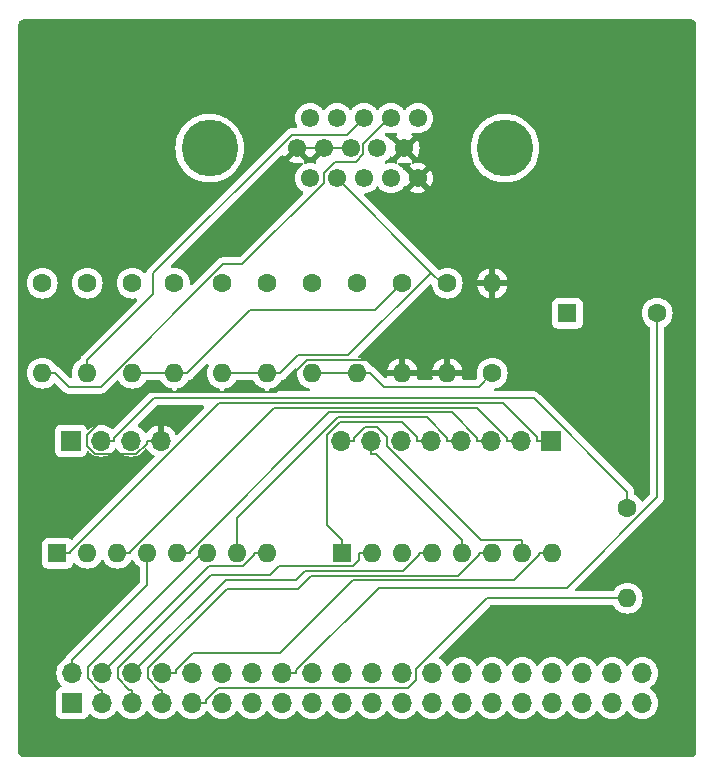
<source format=gbr>
%TF.GenerationSoftware,KiCad,Pcbnew,8.0.2*%
%TF.CreationDate,2025-02-23T18:43:33+01:00*%
%TF.ProjectId,propeller-40k-testhat,70726f70-656c-46c6-9572-2d34306b2d74,0*%
%TF.SameCoordinates,Original*%
%TF.FileFunction,Copper,L2,Bot*%
%TF.FilePolarity,Positive*%
%FSLAX46Y46*%
G04 Gerber Fmt 4.6, Leading zero omitted, Abs format (unit mm)*
G04 Created by KiCad (PCBNEW 8.0.2) date 2025-02-23 18:43:33*
%MOMM*%
%LPD*%
G01*
G04 APERTURE LIST*
%TA.AperFunction,ComponentPad*%
%ADD10R,1.700000X1.700000*%
%TD*%
%TA.AperFunction,ComponentPad*%
%ADD11O,1.700000X1.700000*%
%TD*%
%TA.AperFunction,ComponentPad*%
%ADD12C,1.600000*%
%TD*%
%TA.AperFunction,ComponentPad*%
%ADD13O,1.600000X1.600000*%
%TD*%
%TA.AperFunction,ComponentPad*%
%ADD14R,1.600000X1.600000*%
%TD*%
%TA.AperFunction,ComponentPad*%
%ADD15C,1.550000*%
%TD*%
%TA.AperFunction,ComponentPad*%
%ADD16C,4.800000*%
%TD*%
%TA.AperFunction,Conductor*%
%ADD17C,0.200000*%
%TD*%
G04 APERTURE END LIST*
D10*
%TO.P,J4,1,Pin_1*%
%TO.N,+3V3*%
X30353000Y-61595000D03*
D11*
%TO.P,J4,2,Pin_2*%
%TO.N,REC*%
X32893000Y-61595000D03*
%TO.P,J4,3,Pin_3*%
%TO.N,ACK*%
X35433000Y-61595000D03*
%TO.P,J4,4,Pin_4*%
%TO.N,GND*%
X37973000Y-61595000D03*
%TD*%
D10*
%TO.P,J3,1,Pin_1*%
%TO.N,BF0*%
X70993000Y-61595000D03*
D11*
%TO.P,J3,2,Pin_2*%
%TO.N,BF1*%
X68453000Y-61595000D03*
%TO.P,J3,3,Pin_3*%
%TO.N,BF2*%
X65913000Y-61595000D03*
%TO.P,J3,4,Pin_4*%
%TO.N,BF3*%
X63373000Y-61595000D03*
%TO.P,J3,5,Pin_5*%
%TO.N,BF4*%
X60833000Y-61595000D03*
%TO.P,J3,6,Pin_6*%
%TO.N,BF5*%
X58293000Y-61595000D03*
%TO.P,J3,7,Pin_7*%
%TO.N,BF6*%
X55753000Y-61595000D03*
%TO.P,J3,8,Pin_8*%
%TO.N,BF7*%
X53213000Y-61595000D03*
%TD*%
D10*
%TO.P,J1,1,Pin_1*%
%TO.N,Net-(J1-Pin_1)*%
X30480000Y-83820000D03*
D11*
%TO.P,J1,2,Pin_2*%
%TO.N,Net-(J1-Pin_2)*%
X30480000Y-81280000D03*
%TO.P,J1,3,Pin_3*%
%TO.N,Net-(J1-Pin_3)*%
X33020000Y-83820000D03*
%TO.P,J1,4,Pin_4*%
%TO.N,Net-(J1-Pin_4)*%
X33020000Y-81280000D03*
%TO.P,J1,5,Pin_5*%
%TO.N,Net-(J1-Pin_5)*%
X35560000Y-83820000D03*
%TO.P,J1,6,Pin_6*%
%TO.N,Net-(J1-Pin_6)*%
X35560000Y-81280000D03*
%TO.P,J1,7,Pin_7*%
%TO.N,Net-(J1-Pin_7)*%
X38100000Y-83820000D03*
%TO.P,J1,8,Pin_8*%
%TO.N,Net-(J1-Pin_8)*%
X38100000Y-81280000D03*
%TO.P,J1,9,Pin_9*%
%TO.N,Net-(J1-Pin_9)*%
X40640000Y-83820000D03*
%TO.P,J1,10,Pin_10*%
%TO.N,ACK*%
X40640000Y-81280000D03*
%TO.P,J1,11,Pin_11*%
%TO.N,unconnected-(J1-Pin_11-Pad11)*%
X43180000Y-83820000D03*
%TO.P,J1,12,Pin_12*%
%TO.N,unconnected-(J1-Pin_12-Pad12)*%
X43180000Y-81280000D03*
%TO.P,J1,13,Pin_13*%
%TO.N,unconnected-(J1-Pin_13-Pad13)*%
X45720000Y-83820000D03*
%TO.P,J1,14,Pin_14*%
%TO.N,unconnected-(J1-Pin_14-Pad14)*%
X45720000Y-81280000D03*
%TO.P,J1,15,Pin_15*%
%TO.N,P14*%
X48260000Y-83820000D03*
%TO.P,J1,16,Pin_16*%
%TO.N,P15*%
X48260000Y-81280000D03*
%TO.P,J1,17,Pin_17*%
%TO.N,P16*%
X50800000Y-83820000D03*
%TO.P,J1,18,Pin_18*%
%TO.N,P17*%
X50800000Y-81280000D03*
%TO.P,J1,19,Pin_19*%
%TO.N,P18*%
X53340000Y-83820000D03*
%TO.P,J1,20,Pin_20*%
%TO.N,P19*%
X53340000Y-81280000D03*
%TO.P,J1,21,Pin_21*%
%TO.N,P20*%
X55880000Y-83820000D03*
%TO.P,J1,22,Pin_22*%
%TO.N,P21*%
X55880000Y-81280000D03*
%TO.P,J1,23,Pin_23*%
%TO.N,P22*%
X58420000Y-83820000D03*
%TO.P,J1,24,Pin_24*%
%TO.N,P23*%
X58420000Y-81280000D03*
%TO.P,J1,25,Pin_25*%
%TO.N,unconnected-(J1-Pin_25-Pad25)*%
X60960000Y-83820000D03*
%TO.P,J1,26,Pin_26*%
%TO.N,unconnected-(J1-Pin_26-Pad26)*%
X60960000Y-81280000D03*
%TO.P,J1,27,Pin_27*%
%TO.N,unconnected-(J1-Pin_27-Pad27)*%
X63500000Y-83820000D03*
%TO.P,J1,28,Pin_28*%
%TO.N,unconnected-(J1-Pin_28-Pad28)*%
X63500000Y-81280000D03*
%TO.P,J1,29,Pin_29*%
%TO.N,unconnected-(J1-Pin_29-Pad29)*%
X66040000Y-83820000D03*
%TO.P,J1,30,Pin_30*%
%TO.N,unconnected-(J1-Pin_30-Pad30)*%
X66040000Y-81280000D03*
%TO.P,J1,31,Pin_31*%
%TO.N,unconnected-(J1-Pin_31-Pad31)*%
X68580000Y-83820000D03*
%TO.P,J1,32,Pin_32*%
%TO.N,unconnected-(J1-Pin_32-Pad32)*%
X68580000Y-81280000D03*
%TO.P,J1,33,Pin_33*%
%TO.N,unconnected-(J1-Pin_33-Pad33)*%
X71120000Y-83820000D03*
%TO.P,J1,34,Pin_34*%
%TO.N,unconnected-(J1-Pin_34-Pad34)*%
X71120000Y-81280000D03*
%TO.P,J1,35,Pin_35*%
%TO.N,unconnected-(J1-Pin_35-Pad35)*%
X73660000Y-83820000D03*
%TO.P,J1,36,Pin_36*%
%TO.N,unconnected-(J1-Pin_36-Pad36)*%
X73660000Y-81280000D03*
%TO.P,J1,37,Pin_37*%
%TO.N,unconnected-(J1-Pin_37-Pad37)*%
X76200000Y-83820000D03*
%TO.P,J1,38,Pin_38*%
%TO.N,unconnected-(J1-Pin_38-Pad38)*%
X76200000Y-81280000D03*
%TO.P,J1,39,Pin_39*%
%TO.N,unconnected-(J1-Pin_39-Pad39)*%
X78740000Y-83820000D03*
%TO.P,J1,40,Pin_40*%
%TO.N,unconnected-(J1-Pin_40-Pad40)*%
X78740000Y-81280000D03*
%TD*%
D12*
%TO.P,R10,1*%
%TO.N,P21*%
X46990000Y-48260000D03*
D13*
%TO.P,R10,2*%
%TO.N,G*%
X46990000Y-55880000D03*
%TD*%
D14*
%TO.P,LS1,1,1*%
%TO.N,P14*%
X72400000Y-50800000D03*
D12*
%TO.P,LS1,2,2*%
%TO.N,P15*%
X80000000Y-50800000D03*
%TD*%
%TO.P,R1,1*%
%TO.N,REC*%
X77470000Y-67310000D03*
D13*
%TO.P,R1,2*%
%TO.N,Net-(J1-Pin_9)*%
X77470000Y-74930000D03*
%TD*%
D14*
%TO.P,RN1,1,R1.1*%
%TO.N,BF0*%
X29210000Y-71120000D03*
D13*
%TO.P,RN1,2,R1.2*%
%TO.N,Net-(J1-Pin_1)*%
X31750000Y-71120000D03*
%TO.P,RN1,3,R2.1*%
%TO.N,BF1*%
X34290000Y-71120000D03*
%TO.P,RN1,4,R2.2*%
%TO.N,Net-(J1-Pin_2)*%
X36830000Y-71120000D03*
%TO.P,RN1,5,R3.1*%
%TO.N,BF2*%
X39370000Y-71120000D03*
%TO.P,RN1,6,R3.2*%
%TO.N,Net-(J1-Pin_3)*%
X41910000Y-71120000D03*
%TO.P,RN1,7,R4.1*%
%TO.N,BF3*%
X44450000Y-71120000D03*
%TO.P,RN1,8,R4.2*%
%TO.N,Net-(J1-Pin_4)*%
X46990000Y-71120000D03*
%TD*%
D12*
%TO.P,R9,1*%
%TO.N,P20*%
X43180000Y-48260000D03*
D13*
%TO.P,R9,2*%
%TO.N,G*%
X43180000Y-55880000D03*
%TD*%
D12*
%TO.P,R12,1*%
%TO.N,P23*%
X54610000Y-48260000D03*
D13*
%TO.P,R12,2*%
%TO.N,R*%
X54610000Y-55880000D03*
%TD*%
D12*
%TO.P,R13,1*%
%TO.N,B*%
X58420000Y-48260000D03*
D13*
%TO.P,R13,2*%
%TO.N,GND*%
X58420000Y-55880000D03*
%TD*%
D12*
%TO.P,R5,1*%
%TO.N,P16*%
X27940000Y-48260000D03*
D13*
%TO.P,R5,2*%
%TO.N,VSYNC*%
X27940000Y-55880000D03*
%TD*%
D12*
%TO.P,R11,1*%
%TO.N,P22*%
X50800000Y-48260000D03*
D13*
%TO.P,R11,2*%
%TO.N,R*%
X50800000Y-55880000D03*
%TD*%
D12*
%TO.P,R6,1*%
%TO.N,P17*%
X31750000Y-48260000D03*
D13*
%TO.P,R6,2*%
%TO.N,HSYNC*%
X31750000Y-55880000D03*
%TD*%
D12*
%TO.P,R15,1*%
%TO.N,R*%
X66040000Y-55880000D03*
D13*
%TO.P,R15,2*%
%TO.N,GND*%
X66040000Y-48260000D03*
%TD*%
D15*
%TO.P,J2,1*%
%TO.N,R*%
X50620000Y-39370000D03*
%TO.P,J2,2*%
%TO.N,G*%
X52900000Y-39370000D03*
%TO.P,J2,3*%
%TO.N,B*%
X55180000Y-39370000D03*
%TO.P,J2,4*%
%TO.N,unconnected-(J2-Pad4)*%
X57460000Y-39370000D03*
%TO.P,J2,5*%
%TO.N,GND*%
X59740000Y-39370000D03*
%TO.P,J2,6*%
X49480000Y-36830000D03*
%TO.P,J2,7*%
X51760000Y-36830000D03*
%TO.P,J2,8*%
X54040000Y-36830000D03*
%TO.P,J2,9*%
%TO.N,unconnected-(J2-Pad9)*%
X56320000Y-36830000D03*
%TO.P,J2,10*%
%TO.N,GND*%
X58600000Y-36830000D03*
%TO.P,J2,11*%
%TO.N,unconnected-(J2-Pad11)*%
X50620000Y-34290000D03*
%TO.P,J2,12*%
%TO.N,unconnected-(J2-Pad12)*%
X52900000Y-34290000D03*
%TO.P,J2,13*%
%TO.N,HSYNC*%
X55180000Y-34290000D03*
%TO.P,J2,14*%
%TO.N,VSYNC*%
X57460000Y-34290000D03*
%TO.P,J2,15*%
%TO.N,unconnected-(J2-Pad15)*%
X59740000Y-34290000D03*
D16*
%TO.P,J2,16*%
%TO.N,N/C*%
X67110000Y-36830000D03*
%TO.P,J2,17*%
X42110000Y-36830000D03*
%TD*%
D14*
%TO.P,RN2,1,R1.1*%
%TO.N,BF4*%
X53340000Y-71120000D03*
D13*
%TO.P,RN2,2,R1.2*%
%TO.N,Net-(J1-Pin_5)*%
X55880000Y-71120000D03*
%TO.P,RN2,3,R2.1*%
%TO.N,BF5*%
X58420000Y-71120000D03*
%TO.P,RN2,4,R2.2*%
%TO.N,Net-(J1-Pin_6)*%
X60960000Y-71120000D03*
%TO.P,RN2,5,R3.1*%
%TO.N,BF6*%
X63500000Y-71120000D03*
%TO.P,RN2,6,R3.2*%
%TO.N,Net-(J1-Pin_7)*%
X66040000Y-71120000D03*
%TO.P,RN2,7,R4.1*%
%TO.N,BF7*%
X68580000Y-71120000D03*
%TO.P,RN2,8,R4.2*%
%TO.N,Net-(J1-Pin_8)*%
X71120000Y-71120000D03*
%TD*%
D12*
%TO.P,R7,1*%
%TO.N,P18*%
X35560000Y-48260000D03*
D13*
%TO.P,R7,2*%
%TO.N,B*%
X35560000Y-55880000D03*
%TD*%
D12*
%TO.P,R14,1*%
%TO.N,G*%
X62230000Y-48260000D03*
D13*
%TO.P,R14,2*%
%TO.N,GND*%
X62230000Y-55880000D03*
%TD*%
D12*
%TO.P,R8,1*%
%TO.N,P19*%
X39130000Y-48260000D03*
D13*
%TO.P,R8,2*%
%TO.N,B*%
X39130000Y-55880000D03*
%TD*%
D17*
%TO.N,REC*%
X32893000Y-61595000D02*
X34043100Y-61595000D01*
X34043100Y-61356700D02*
X34043100Y-61595000D01*
X37395300Y-58004500D02*
X34043100Y-61356700D01*
X69546900Y-58004500D02*
X37395300Y-58004500D01*
X77470000Y-65927600D02*
X69546900Y-58004500D01*
X77470000Y-67310000D02*
X77470000Y-65927600D01*
%TO.N,Net-(J1-Pin_7)*%
X66040000Y-71120000D02*
X64939900Y-71120000D01*
X38100000Y-83820000D02*
X38100000Y-82669900D01*
X64939900Y-71257500D02*
X64939900Y-71120000D01*
X63176900Y-73020500D02*
X64939900Y-71257500D01*
X50731000Y-73020500D02*
X63176900Y-73020500D01*
X49565100Y-74186400D02*
X50731000Y-73020500D01*
X43549200Y-74186400D02*
X49565100Y-74186400D01*
X36909400Y-80826200D02*
X43549200Y-74186400D01*
X36909400Y-81717600D02*
X36909400Y-80826200D01*
X37861700Y-82669900D02*
X36909400Y-81717600D01*
X38100000Y-82669900D02*
X37861700Y-82669900D01*
%TO.N,Net-(J1-Pin_3)*%
X32781700Y-82669900D02*
X33020000Y-82669900D01*
X31829400Y-81717600D02*
X32781700Y-82669900D01*
X31829400Y-80792500D02*
X31829400Y-81717600D01*
X41501900Y-71120000D02*
X31829400Y-80792500D01*
X41910000Y-71120000D02*
X41501900Y-71120000D01*
X33020000Y-83820000D02*
X33020000Y-82669900D01*
%TO.N,Net-(J1-Pin_9)*%
X41790100Y-83581700D02*
X41790100Y-83820000D01*
X42821800Y-82550000D02*
X41790100Y-83581700D01*
X58875500Y-82550000D02*
X42821800Y-82550000D01*
X59570200Y-81855300D02*
X58875500Y-82550000D01*
X59570200Y-80961900D02*
X59570200Y-81855300D01*
X65602100Y-74930000D02*
X59570200Y-80961900D01*
X76369900Y-74930000D02*
X65602100Y-74930000D01*
X77470000Y-74930000D02*
X76369900Y-74930000D01*
X40640000Y-83820000D02*
X41790100Y-83820000D01*
%TO.N,Net-(J1-Pin_4)*%
X42079900Y-72220100D02*
X33020000Y-81280000D01*
X44927400Y-72220100D02*
X42079900Y-72220100D01*
X45889900Y-71257600D02*
X44927400Y-72220100D01*
X45889900Y-71120000D02*
X45889900Y-71257600D01*
X46990000Y-71120000D02*
X45889900Y-71120000D01*
%TO.N,Net-(J1-Pin_5)*%
X55880000Y-71120000D02*
X54779900Y-71120000D01*
X35560000Y-83820000D02*
X35560000Y-82669900D01*
X54779900Y-71721600D02*
X54779900Y-71120000D01*
X54281400Y-72220100D02*
X54779900Y-71721600D01*
X48015300Y-72220100D02*
X54281400Y-72220100D01*
X47249400Y-72986000D02*
X48015300Y-72220100D01*
X42209600Y-72986000D02*
X47249400Y-72986000D01*
X34369400Y-80826200D02*
X42209600Y-72986000D01*
X34369400Y-81717600D02*
X34369400Y-80826200D01*
X35321700Y-82669900D02*
X34369400Y-81717600D01*
X35560000Y-82669900D02*
X35321700Y-82669900D01*
%TO.N,P15*%
X49410100Y-81041700D02*
X49410100Y-81280000D01*
X56418100Y-74033700D02*
X49410100Y-81041700D01*
X72332400Y-74033700D02*
X56418100Y-74033700D01*
X80000000Y-66366100D02*
X72332400Y-74033700D01*
X80000000Y-50800000D02*
X80000000Y-66366100D01*
X48260000Y-81280000D02*
X49410100Y-81280000D01*
%TO.N,BF3*%
X63373000Y-61595000D02*
X62222900Y-61595000D01*
X44450000Y-68146700D02*
X44450000Y-71120000D01*
X52991800Y-59604900D02*
X44450000Y-68146700D01*
X60484600Y-59604900D02*
X52991800Y-59604900D01*
X62222900Y-61343200D02*
X60484600Y-59604900D01*
X62222900Y-61595000D02*
X62222900Y-61343200D01*
%TO.N,BF2*%
X39370000Y-71120000D02*
X40470100Y-71120000D01*
X65913000Y-61595000D02*
X64762900Y-61595000D01*
X40470100Y-70982500D02*
X40470100Y-71120000D01*
X52247800Y-59204800D02*
X40470100Y-70982500D01*
X62611000Y-59204800D02*
X52247800Y-59204800D01*
X64762900Y-61356700D02*
X62611000Y-59204800D01*
X64762900Y-61595000D02*
X64762900Y-61356700D01*
%TO.N,BF1*%
X34290000Y-71120000D02*
X35390100Y-71120000D01*
X68453000Y-61595000D02*
X67302900Y-61595000D01*
X35390100Y-70982500D02*
X35390100Y-71120000D01*
X47567900Y-58804700D02*
X35390100Y-70982500D01*
X64750900Y-58804700D02*
X47567900Y-58804700D01*
X67302900Y-61356700D02*
X64750900Y-58804700D01*
X67302900Y-61595000D02*
X67302900Y-61356700D01*
%TO.N,BF0*%
X29210000Y-71120000D02*
X30310100Y-71120000D01*
X70993000Y-61595000D02*
X69842900Y-61595000D01*
X30310100Y-70982400D02*
X30310100Y-71120000D01*
X42887900Y-58404600D02*
X30310100Y-70982400D01*
X66940000Y-58404600D02*
X42887900Y-58404600D01*
X69842900Y-61307500D02*
X66940000Y-58404600D01*
X69842900Y-61595000D02*
X69842900Y-61307500D01*
%TO.N,Net-(J1-Pin_8)*%
X39250100Y-81041700D02*
X39250100Y-81280000D01*
X40684400Y-79607400D02*
X39250100Y-81041700D01*
X48083700Y-79607400D02*
X40684400Y-79607400D01*
X54270400Y-73420700D02*
X48083700Y-79607400D01*
X67856700Y-73420700D02*
X54270400Y-73420700D01*
X70019900Y-71257500D02*
X67856700Y-73420700D01*
X70019900Y-71120000D02*
X70019900Y-71257500D01*
X71120000Y-71120000D02*
X70019900Y-71120000D01*
X38100000Y-81280000D02*
X39250100Y-81280000D01*
%TO.N,Net-(J1-Pin_2)*%
X36830000Y-73779900D02*
X30480000Y-80129900D01*
X36830000Y-71120000D02*
X36830000Y-73779900D01*
X30480000Y-81280000D02*
X30480000Y-80129900D01*
%TO.N,BF4*%
X52055700Y-68735600D02*
X53340000Y-70019900D01*
X52055700Y-61106900D02*
X52055700Y-68735600D01*
X53157600Y-60005000D02*
X52055700Y-61106900D01*
X58380400Y-60005000D02*
X53157600Y-60005000D01*
X59682900Y-61307500D02*
X58380400Y-60005000D01*
X59682900Y-61595000D02*
X59682900Y-61307500D01*
X53340000Y-71120000D02*
X53340000Y-70019900D01*
X60833000Y-61595000D02*
X59682900Y-61595000D01*
%TO.N,Net-(J1-Pin_6)*%
X43453800Y-73386200D02*
X35560000Y-81280000D01*
X49393800Y-73386200D02*
X43453800Y-73386200D01*
X50159700Y-72620300D02*
X49393800Y-73386200D01*
X58497100Y-72620300D02*
X50159700Y-72620300D01*
X59859900Y-71257500D02*
X58497100Y-72620300D01*
X59859900Y-71120000D02*
X59859900Y-71257500D01*
X60960000Y-71120000D02*
X59859900Y-71120000D01*
%TO.N,BF7*%
X68580000Y-71120000D02*
X68580000Y-70019900D01*
X53213000Y-61595000D02*
X54363100Y-61595000D01*
X54363100Y-61343200D02*
X54363100Y-61595000D01*
X55301100Y-60405200D02*
X54363100Y-61343200D01*
X56237800Y-60405200D02*
X55301100Y-60405200D01*
X57142900Y-61310300D02*
X56237800Y-60405200D01*
X57142900Y-62071400D02*
X57142900Y-61310300D01*
X65091400Y-70019900D02*
X57142900Y-62071400D01*
X68580000Y-70019900D02*
X65091400Y-70019900D01*
%TO.N,BF6*%
X56225200Y-62745100D02*
X55753000Y-62745100D01*
X63500000Y-70019900D02*
X56225200Y-62745100D01*
X63500000Y-71120000D02*
X63500000Y-70019900D01*
X55753000Y-61595000D02*
X55753000Y-62745100D01*
%TO.N,B*%
X35560000Y-55880000D02*
X39130000Y-55880000D01*
X56137500Y-50542500D02*
X58420000Y-48260000D01*
X45567600Y-50542500D02*
X56137500Y-50542500D01*
X40230100Y-55880000D02*
X45567600Y-50542500D01*
X39130000Y-55880000D02*
X40230100Y-55880000D01*
%TO.N,G*%
X46990000Y-55880000D02*
X48090100Y-55880000D01*
X52900000Y-39370000D02*
X60887500Y-47357500D01*
X61790000Y-48260000D02*
X62230000Y-48260000D01*
X60887500Y-47357500D02*
X61790000Y-48260000D01*
X49590500Y-54379600D02*
X48090100Y-55880000D01*
X53865400Y-54379600D02*
X49590500Y-54379600D01*
X60887500Y-47357500D02*
X53865400Y-54379600D01*
X43180000Y-55880000D02*
X46990000Y-55880000D01*
%TO.N,R*%
X50800000Y-55880000D02*
X54610000Y-55880000D01*
X64898400Y-57021600D02*
X66040000Y-55880000D01*
X56851700Y-57021600D02*
X64898400Y-57021600D01*
X55710100Y-55880000D02*
X56851700Y-57021600D01*
X54610000Y-55880000D02*
X55710100Y-55880000D01*
%TO.N,VSYNC*%
X30170400Y-57010300D02*
X29040100Y-55880000D01*
X32871000Y-57010300D02*
X30170400Y-57010300D01*
X43208500Y-46672800D02*
X32871000Y-57010300D01*
X44866900Y-46672800D02*
X43208500Y-46672800D01*
X51760000Y-39779700D02*
X44866900Y-46672800D01*
X51760000Y-38924000D02*
X51760000Y-39779700D01*
X52714000Y-37970000D02*
X51760000Y-38924000D01*
X54496800Y-37970000D02*
X52714000Y-37970000D01*
X55124300Y-37342500D02*
X54496800Y-37970000D01*
X55124300Y-36450700D02*
X55124300Y-37342500D01*
X57285000Y-34290000D02*
X55124300Y-36450700D01*
X57460000Y-34290000D02*
X57285000Y-34290000D01*
X27940000Y-55880000D02*
X29040100Y-55880000D01*
%TO.N,HSYNC*%
X37345100Y-49184800D02*
X31750000Y-54779900D01*
X37345100Y-47434700D02*
X37345100Y-49184800D01*
X49045600Y-35734200D02*
X37345100Y-47434700D01*
X53735800Y-35734200D02*
X49045600Y-35734200D01*
X55180000Y-34290000D02*
X53735800Y-35734200D01*
X31750000Y-55880000D02*
X31750000Y-54779900D01*
%TO.N,GND*%
X54040000Y-36830000D02*
X51760000Y-36830000D01*
X51760000Y-36830000D02*
X49480000Y-36830000D01*
X62230000Y-55880000D02*
X58420000Y-55880000D01*
X36822900Y-61833300D02*
X36822900Y-61595000D01*
X35903400Y-62752800D02*
X36822900Y-61833300D01*
X32422900Y-62752800D02*
X35903400Y-62752800D01*
X31709700Y-62039600D02*
X32422900Y-62752800D01*
X31709700Y-61127400D02*
X31709700Y-62039600D01*
X35407200Y-57429900D02*
X31709700Y-61127400D01*
X47689700Y-57429900D02*
X35407200Y-57429900D01*
X50339800Y-54779800D02*
X47689700Y-57429900D01*
X56219700Y-54779800D02*
X50339800Y-54779800D01*
X57319900Y-55880000D02*
X56219700Y-54779800D01*
X58420000Y-55880000D02*
X57319900Y-55880000D01*
X37973000Y-61595000D02*
X36822900Y-61595000D01*
%TD*%
%TA.AperFunction,Conductor*%
%TO.N,GND*%
G36*
X41605942Y-58624685D02*
G01*
X41651697Y-58677489D01*
X41661641Y-58746647D01*
X41632616Y-58810203D01*
X41626584Y-58816681D01*
X39392426Y-61050837D01*
X39331103Y-61084322D01*
X39261411Y-61079338D01*
X39205478Y-61037466D01*
X39192363Y-61015561D01*
X39146600Y-60917422D01*
X39146599Y-60917420D01*
X39011113Y-60723926D01*
X39011108Y-60723920D01*
X38844082Y-60556894D01*
X38650578Y-60421399D01*
X38436492Y-60321570D01*
X38436486Y-60321567D01*
X38223000Y-60264364D01*
X38223000Y-61161988D01*
X38165993Y-61129075D01*
X38038826Y-61095000D01*
X37907174Y-61095000D01*
X37780007Y-61129075D01*
X37723000Y-61161988D01*
X37723000Y-60264364D01*
X37722999Y-60264364D01*
X37509513Y-60321567D01*
X37509507Y-60321570D01*
X37295422Y-60421399D01*
X37295420Y-60421400D01*
X37101926Y-60556886D01*
X37101920Y-60556891D01*
X36934891Y-60723920D01*
X36934890Y-60723922D01*
X36804880Y-60909595D01*
X36750303Y-60953219D01*
X36680804Y-60960412D01*
X36618450Y-60928890D01*
X36601730Y-60909594D01*
X36471494Y-60723597D01*
X36304402Y-60556506D01*
X36304399Y-60556504D01*
X36227518Y-60502671D01*
X36110834Y-60420967D01*
X36110828Y-60420964D01*
X36078487Y-60405883D01*
X36026049Y-60359711D01*
X36006898Y-60292517D01*
X36027114Y-60225636D01*
X36043208Y-60205826D01*
X37607717Y-58641319D01*
X37669040Y-58607834D01*
X37695398Y-58605000D01*
X41538903Y-58605000D01*
X41605942Y-58624685D01*
G37*
%TD.AperFunction*%
%TA.AperFunction,Conductor*%
G36*
X41960475Y-55101372D02*
G01*
X42016408Y-55143244D01*
X42040825Y-55208708D01*
X42029523Y-55269958D01*
X41953263Y-55433497D01*
X41953258Y-55433511D01*
X41894366Y-55653302D01*
X41894364Y-55653313D01*
X41874532Y-55879998D01*
X41874532Y-55880001D01*
X41894364Y-56106686D01*
X41894366Y-56106697D01*
X41953258Y-56326488D01*
X41953261Y-56326497D01*
X42049431Y-56532732D01*
X42049432Y-56532734D01*
X42179954Y-56719141D01*
X42340858Y-56880045D01*
X42340861Y-56880047D01*
X42527266Y-57010568D01*
X42733504Y-57106739D01*
X42733509Y-57106740D01*
X42733511Y-57106741D01*
X42933118Y-57160225D01*
X42992779Y-57196590D01*
X43023308Y-57259437D01*
X43015013Y-57328812D01*
X42970528Y-57382690D01*
X42903976Y-57403965D01*
X42901025Y-57404000D01*
X39408975Y-57404000D01*
X39341936Y-57384315D01*
X39296181Y-57331511D01*
X39286237Y-57262353D01*
X39315262Y-57198797D01*
X39374040Y-57161023D01*
X39376882Y-57160225D01*
X39522086Y-57121318D01*
X39576496Y-57106739D01*
X39782734Y-57010568D01*
X39969139Y-56880047D01*
X40130047Y-56719139D01*
X40260568Y-56532734D01*
X40260576Y-56532716D01*
X40261667Y-56530828D01*
X40262374Y-56530153D01*
X40263673Y-56528299D01*
X40264045Y-56528559D01*
X40312232Y-56482611D01*
X40336955Y-56473052D01*
X40461885Y-56439577D01*
X40513460Y-56409800D01*
X40598816Y-56360520D01*
X40710620Y-56248716D01*
X40710620Y-56248714D01*
X40720824Y-56238511D01*
X40720827Y-56238506D01*
X41829462Y-55129871D01*
X41890783Y-55096388D01*
X41960475Y-55101372D01*
G37*
%TD.AperFunction*%
%TA.AperFunction,Conductor*%
G36*
X45825347Y-56500185D02*
G01*
X45859880Y-56533374D01*
X45945480Y-56655624D01*
X45989954Y-56719141D01*
X46150858Y-56880045D01*
X46150861Y-56880047D01*
X46337266Y-57010568D01*
X46543504Y-57106739D01*
X46543509Y-57106740D01*
X46543511Y-57106741D01*
X46743118Y-57160225D01*
X46802779Y-57196590D01*
X46833308Y-57259437D01*
X46825013Y-57328812D01*
X46780528Y-57382690D01*
X46713976Y-57403965D01*
X46711025Y-57404000D01*
X43458975Y-57404000D01*
X43391936Y-57384315D01*
X43346181Y-57331511D01*
X43336237Y-57262353D01*
X43365262Y-57198797D01*
X43424040Y-57161023D01*
X43426882Y-57160225D01*
X43572086Y-57121318D01*
X43626496Y-57106739D01*
X43832734Y-57010568D01*
X44019139Y-56880047D01*
X44180047Y-56719139D01*
X44310118Y-56533375D01*
X44364693Y-56489752D01*
X44411692Y-56480500D01*
X45758308Y-56480500D01*
X45825347Y-56500185D01*
G37*
%TD.AperFunction*%
%TA.AperFunction,Conductor*%
G36*
X49445650Y-55476198D02*
G01*
X49501583Y-55518070D01*
X49526000Y-55583534D01*
X49522091Y-55624472D01*
X49514367Y-55653299D01*
X49514364Y-55653313D01*
X49494532Y-55879998D01*
X49494532Y-55880001D01*
X49514364Y-56106686D01*
X49514366Y-56106697D01*
X49573258Y-56326488D01*
X49573261Y-56326497D01*
X49669431Y-56532732D01*
X49669432Y-56532734D01*
X49799954Y-56719141D01*
X49960858Y-56880045D01*
X49960861Y-56880047D01*
X50147266Y-57010568D01*
X50353504Y-57106739D01*
X50353509Y-57106740D01*
X50353511Y-57106741D01*
X50553118Y-57160225D01*
X50612779Y-57196590D01*
X50643308Y-57259437D01*
X50635013Y-57328812D01*
X50590528Y-57382690D01*
X50523976Y-57403965D01*
X50521025Y-57404000D01*
X47268975Y-57404000D01*
X47201936Y-57384315D01*
X47156181Y-57331511D01*
X47146237Y-57262353D01*
X47175262Y-57198797D01*
X47234040Y-57161023D01*
X47236882Y-57160225D01*
X47382086Y-57121318D01*
X47436496Y-57106739D01*
X47642734Y-57010568D01*
X47829139Y-56880047D01*
X47990047Y-56719139D01*
X48120568Y-56532734D01*
X48120576Y-56532716D01*
X48121667Y-56530828D01*
X48122374Y-56530153D01*
X48123673Y-56528299D01*
X48124045Y-56528559D01*
X48172232Y-56482611D01*
X48196955Y-56473052D01*
X48321885Y-56439577D01*
X48373460Y-56409800D01*
X48458816Y-56360520D01*
X48570620Y-56248716D01*
X48570620Y-56248714D01*
X48580824Y-56238511D01*
X48580827Y-56238506D01*
X49314636Y-55504698D01*
X49375958Y-55471214D01*
X49445650Y-55476198D01*
G37*
%TD.AperFunction*%
%TA.AperFunction,Conductor*%
G36*
X49014075Y-37022993D02*
G01*
X49079901Y-37137007D01*
X49172993Y-37230099D01*
X49287007Y-37295925D01*
X49350590Y-37312962D01*
X48772476Y-37891074D01*
X48772477Y-37891075D01*
X48840062Y-37938398D01*
X48840064Y-37938399D01*
X49042252Y-38032681D01*
X49042263Y-38032685D01*
X49257751Y-38090425D01*
X49257758Y-38090426D01*
X49479998Y-38109870D01*
X49480002Y-38109870D01*
X49702241Y-38090426D01*
X49702248Y-38090425D01*
X49867588Y-38046122D01*
X49937438Y-38047785D01*
X49995301Y-38086947D01*
X50022805Y-38151175D01*
X50011219Y-38220078D01*
X49970806Y-38267471D01*
X49796992Y-38389178D01*
X49639182Y-38546988D01*
X49639179Y-38546991D01*
X49639178Y-38546993D01*
X49581575Y-38629259D01*
X49511165Y-38729814D01*
X49416845Y-38932085D01*
X49416841Y-38932094D01*
X49359081Y-39147660D01*
X49359079Y-39147670D01*
X49339628Y-39369999D01*
X49339628Y-39370000D01*
X49359079Y-39592329D01*
X49359081Y-39592339D01*
X49416841Y-39807905D01*
X49416843Y-39807909D01*
X49416844Y-39807913D01*
X49511165Y-40010186D01*
X49639178Y-40193007D01*
X49796993Y-40350822D01*
X49979814Y-40478835D01*
X49979819Y-40478837D01*
X49984500Y-40481540D01*
X49983572Y-40483147D01*
X50029834Y-40523861D01*
X50049001Y-40591050D01*
X50028801Y-40657936D01*
X50012686Y-40677776D01*
X44654484Y-46035981D01*
X44593161Y-46069466D01*
X44566803Y-46072300D01*
X43295170Y-46072300D01*
X43295154Y-46072299D01*
X43287558Y-46072299D01*
X43129443Y-46072299D01*
X43053079Y-46092761D01*
X42976714Y-46113223D01*
X42976709Y-46113226D01*
X42839790Y-46192275D01*
X42839782Y-46192281D01*
X40644098Y-48387965D01*
X40582775Y-48421450D01*
X40513083Y-48416466D01*
X40457150Y-48374594D01*
X40432733Y-48309130D01*
X40432889Y-48289476D01*
X40435468Y-48260000D01*
X40435468Y-48259998D01*
X40415635Y-48033313D01*
X40415635Y-48033308D01*
X40356739Y-47813504D01*
X40260568Y-47607266D01*
X40130047Y-47420861D01*
X40130045Y-47420858D01*
X39969141Y-47259954D01*
X39782734Y-47129432D01*
X39782732Y-47129431D01*
X39576497Y-47033261D01*
X39576488Y-47033258D01*
X39356697Y-46974366D01*
X39356693Y-46974365D01*
X39356692Y-46974365D01*
X39356691Y-46974364D01*
X39356686Y-46974364D01*
X39130002Y-46954532D01*
X39129998Y-46954532D01*
X38970220Y-46968510D01*
X38901720Y-46954743D01*
X38851537Y-46906128D01*
X38835604Y-46838099D01*
X38858980Y-46772255D01*
X38871725Y-46757308D01*
X48179593Y-37449441D01*
X48240913Y-37415959D01*
X48310605Y-37420943D01*
X48366538Y-37462815D01*
X48368846Y-37466002D01*
X48418924Y-37537521D01*
X48418924Y-37537522D01*
X48997037Y-36959408D01*
X49014075Y-37022993D01*
G37*
%TD.AperFunction*%
%TA.AperFunction,Conductor*%
G36*
X58212411Y-38046122D02*
G01*
X58377751Y-38090425D01*
X58377758Y-38090426D01*
X58599998Y-38109870D01*
X58600002Y-38109870D01*
X58822241Y-38090426D01*
X58822248Y-38090425D01*
X58989001Y-38045743D01*
X59058851Y-38047406D01*
X59116713Y-38086568D01*
X59144218Y-38150796D01*
X59132632Y-38219698D01*
X59092218Y-38267093D01*
X59032477Y-38308923D01*
X59032476Y-38308923D01*
X59610590Y-38887037D01*
X59547007Y-38904075D01*
X59432993Y-38969901D01*
X59339901Y-39062993D01*
X59274075Y-39177007D01*
X59257037Y-39240590D01*
X58678923Y-38662476D01*
X58658640Y-38664251D01*
X58647296Y-38673319D01*
X58577797Y-38680509D01*
X58515444Y-38648984D01*
X58498734Y-38629700D01*
X58440822Y-38546993D01*
X58283007Y-38389178D01*
X58168393Y-38308924D01*
X58109193Y-38267471D01*
X58065568Y-38212894D01*
X58058376Y-38143396D01*
X58089898Y-38081041D01*
X58150128Y-38045628D01*
X58212411Y-38046122D01*
G37*
%TD.AperFunction*%
%TA.AperFunction,Conductor*%
G36*
X51294075Y-37022993D02*
G01*
X51359901Y-37137007D01*
X51452993Y-37230099D01*
X51567007Y-37295925D01*
X51630588Y-37312961D01*
X51052476Y-37891074D01*
X51111020Y-37932067D01*
X51154644Y-37986644D01*
X51161837Y-38056143D01*
X51130315Y-38118497D01*
X51070085Y-38153911D01*
X51007803Y-38153417D01*
X50842339Y-38109081D01*
X50842329Y-38109079D01*
X50620001Y-38089628D01*
X50619999Y-38089628D01*
X50397670Y-38109079D01*
X50397660Y-38109081D01*
X50232195Y-38153417D01*
X50162345Y-38151754D01*
X50104483Y-38112591D01*
X50076979Y-38048363D01*
X50088566Y-37979460D01*
X50128979Y-37932067D01*
X50187522Y-37891074D01*
X49609409Y-37312962D01*
X49672993Y-37295925D01*
X49787007Y-37230099D01*
X49880099Y-37137007D01*
X49945925Y-37022993D01*
X49962962Y-36959410D01*
X50541074Y-37537522D01*
X50561080Y-37535772D01*
X50572997Y-37526246D01*
X50642496Y-37519051D01*
X50674873Y-37535417D01*
X50698924Y-37537522D01*
X51277037Y-36959409D01*
X51294075Y-37022993D01*
G37*
%TD.AperFunction*%
%TA.AperFunction,Conductor*%
G36*
X58134075Y-37022993D02*
G01*
X58199901Y-37137007D01*
X58292993Y-37230099D01*
X58407007Y-37295925D01*
X58470590Y-37312962D01*
X57892476Y-37891074D01*
X57951020Y-37932067D01*
X57994644Y-37986644D01*
X58001837Y-38056143D01*
X57970315Y-38118497D01*
X57910085Y-38153911D01*
X57847803Y-38153417D01*
X57682339Y-38109081D01*
X57682329Y-38109079D01*
X57460001Y-38089628D01*
X57459999Y-38089628D01*
X57237670Y-38109079D01*
X57237660Y-38109081D01*
X57073608Y-38153038D01*
X57003758Y-38151375D01*
X56945896Y-38112212D01*
X56918392Y-38047983D01*
X56929979Y-37979081D01*
X56970388Y-37931691D01*
X57143007Y-37810822D01*
X57300822Y-37653007D01*
X57358731Y-37570304D01*
X57413306Y-37526681D01*
X57482804Y-37519487D01*
X57514199Y-37535358D01*
X57538924Y-37537522D01*
X58117037Y-36959409D01*
X58134075Y-37022993D01*
G37*
%TD.AperFunction*%
%TA.AperFunction,Conductor*%
G36*
X57073608Y-35506961D02*
G01*
X57237666Y-35550920D01*
X57415533Y-35566481D01*
X57459999Y-35570372D01*
X57460000Y-35570372D01*
X57460001Y-35570372D01*
X57497055Y-35567130D01*
X57682334Y-35550920D01*
X57847806Y-35506582D01*
X57917653Y-35508245D01*
X57975516Y-35547407D01*
X58003020Y-35611636D01*
X57991434Y-35680538D01*
X57951019Y-35727933D01*
X57892476Y-35768923D01*
X58470590Y-36347037D01*
X58407007Y-36364075D01*
X58292993Y-36429901D01*
X58199901Y-36522993D01*
X58134075Y-36637007D01*
X58117037Y-36700590D01*
X57538923Y-36122476D01*
X57518640Y-36124251D01*
X57507296Y-36133319D01*
X57437797Y-36140509D01*
X57375444Y-36108984D01*
X57358734Y-36089700D01*
X57300822Y-36006993D01*
X57143007Y-35849178D01*
X56970390Y-35728310D01*
X56926766Y-35673733D01*
X56919574Y-35604235D01*
X56951096Y-35541880D01*
X57011326Y-35506467D01*
X57073608Y-35506961D01*
G37*
%TD.AperFunction*%
%TA.AperFunction,Conductor*%
G36*
X82826922Y-25901280D02*
G01*
X82917266Y-25911459D01*
X82944331Y-25917636D01*
X83023540Y-25945352D01*
X83048553Y-25957398D01*
X83119606Y-26002043D01*
X83141313Y-26019355D01*
X83200644Y-26078686D01*
X83217957Y-26100395D01*
X83262600Y-26171444D01*
X83274648Y-26196462D01*
X83302362Y-26275666D01*
X83308540Y-26302735D01*
X83318720Y-26393076D01*
X83319500Y-26406961D01*
X83319500Y-87893038D01*
X83318720Y-87906923D01*
X83308540Y-87997264D01*
X83302362Y-88024333D01*
X83274648Y-88103537D01*
X83262600Y-88128555D01*
X83217957Y-88199604D01*
X83200644Y-88221313D01*
X83141313Y-88280644D01*
X83119604Y-88297957D01*
X83048555Y-88342600D01*
X83023537Y-88354648D01*
X82944333Y-88382362D01*
X82917264Y-88388540D01*
X82837075Y-88397576D01*
X82826921Y-88398720D01*
X82813038Y-88399500D01*
X26406962Y-88399500D01*
X26393078Y-88398720D01*
X26380553Y-88397308D01*
X26302735Y-88388540D01*
X26275666Y-88382362D01*
X26196462Y-88354648D01*
X26171444Y-88342600D01*
X26100395Y-88297957D01*
X26078686Y-88280644D01*
X26019355Y-88221313D01*
X26002042Y-88199604D01*
X25957399Y-88128555D01*
X25945351Y-88103537D01*
X25917637Y-88024333D01*
X25911459Y-87997263D01*
X25901280Y-87906922D01*
X25900500Y-87893038D01*
X25900500Y-55879998D01*
X26634532Y-55879998D01*
X26634532Y-55880001D01*
X26654364Y-56106686D01*
X26654366Y-56106697D01*
X26713258Y-56326488D01*
X26713261Y-56326497D01*
X26809431Y-56532732D01*
X26809432Y-56532734D01*
X26939954Y-56719141D01*
X27100858Y-56880045D01*
X27100861Y-56880047D01*
X27287266Y-57010568D01*
X27493504Y-57106739D01*
X27713308Y-57165635D01*
X27875230Y-57179801D01*
X27939998Y-57185468D01*
X27940000Y-57185468D01*
X27940002Y-57185468D01*
X27996673Y-57180509D01*
X28166692Y-57165635D01*
X28386496Y-57106739D01*
X28592734Y-57010568D01*
X28779139Y-56880047D01*
X28897345Y-56761840D01*
X28958666Y-56728357D01*
X29028358Y-56733341D01*
X29072706Y-56761842D01*
X29417602Y-57106738D01*
X29801684Y-57490820D01*
X29801686Y-57490821D01*
X29801690Y-57490824D01*
X29938609Y-57569873D01*
X29938616Y-57569877D01*
X30091343Y-57610801D01*
X30091345Y-57610801D01*
X30257054Y-57610801D01*
X30257070Y-57610800D01*
X32784331Y-57610800D01*
X32784347Y-57610801D01*
X32791943Y-57610801D01*
X32950054Y-57610801D01*
X32950057Y-57610801D01*
X33102785Y-57569877D01*
X33152904Y-57540939D01*
X33239716Y-57490820D01*
X33351520Y-57379016D01*
X33351520Y-57379014D01*
X33361728Y-57368807D01*
X33361730Y-57368804D01*
X34230549Y-56499984D01*
X34291870Y-56466501D01*
X34361562Y-56471485D01*
X34417495Y-56513357D01*
X34426398Y-56528225D01*
X34426721Y-56528039D01*
X34429430Y-56532731D01*
X34559954Y-56719141D01*
X34720858Y-56880045D01*
X34720861Y-56880047D01*
X34907266Y-57010568D01*
X35113504Y-57106739D01*
X35333308Y-57165635D01*
X35495230Y-57179801D01*
X35559998Y-57185468D01*
X35560000Y-57185468D01*
X35560002Y-57185468D01*
X35616673Y-57180509D01*
X35786692Y-57165635D01*
X36006496Y-57106739D01*
X36212734Y-57010568D01*
X36399139Y-56880047D01*
X36560047Y-56719139D01*
X36690118Y-56533375D01*
X36744693Y-56489752D01*
X36791692Y-56480500D01*
X37898308Y-56480500D01*
X37965347Y-56500185D01*
X37999880Y-56533374D01*
X38085480Y-56655624D01*
X38129954Y-56719141D01*
X38290858Y-56880045D01*
X38290861Y-56880047D01*
X38477266Y-57010568D01*
X38683504Y-57106739D01*
X38683509Y-57106740D01*
X38683511Y-57106741D01*
X38883118Y-57160225D01*
X38942779Y-57196590D01*
X38973308Y-57259437D01*
X38965013Y-57328812D01*
X38920528Y-57382690D01*
X38853976Y-57403965D01*
X38851025Y-57404000D01*
X37481970Y-57404000D01*
X37481954Y-57403999D01*
X37474358Y-57403999D01*
X37316243Y-57403999D01*
X37239879Y-57424461D01*
X37163514Y-57444923D01*
X37163509Y-57444926D01*
X37026590Y-57523975D01*
X37026582Y-57523981D01*
X33966911Y-60583653D01*
X33905588Y-60617138D01*
X33835896Y-60612154D01*
X33791549Y-60583653D01*
X33764402Y-60556506D01*
X33764399Y-60556504D01*
X33687518Y-60502671D01*
X33570834Y-60420967D01*
X33570830Y-60420965D01*
X33538489Y-60405884D01*
X33356663Y-60321097D01*
X33356659Y-60321096D01*
X33356655Y-60321094D01*
X33128413Y-60259938D01*
X33128403Y-60259936D01*
X32893001Y-60239341D01*
X32892999Y-60239341D01*
X32657596Y-60259936D01*
X32657586Y-60259938D01*
X32429344Y-60321094D01*
X32429335Y-60321098D01*
X32215171Y-60420964D01*
X32215169Y-60420965D01*
X32021600Y-60556503D01*
X31899673Y-60678430D01*
X31838350Y-60711914D01*
X31768658Y-60706930D01*
X31712725Y-60665058D01*
X31695810Y-60634081D01*
X31646797Y-60502671D01*
X31646793Y-60502664D01*
X31560547Y-60387455D01*
X31560544Y-60387452D01*
X31445335Y-60301206D01*
X31445328Y-60301202D01*
X31310482Y-60250908D01*
X31310483Y-60250908D01*
X31250883Y-60244501D01*
X31250881Y-60244500D01*
X31250873Y-60244500D01*
X31250864Y-60244500D01*
X29455129Y-60244500D01*
X29455123Y-60244501D01*
X29395516Y-60250908D01*
X29260671Y-60301202D01*
X29260664Y-60301206D01*
X29145455Y-60387452D01*
X29145452Y-60387455D01*
X29059206Y-60502664D01*
X29059202Y-60502671D01*
X29008908Y-60637517D01*
X29002501Y-60697116D01*
X29002500Y-60697135D01*
X29002500Y-62492870D01*
X29002501Y-62492876D01*
X29008908Y-62552483D01*
X29059202Y-62687328D01*
X29059206Y-62687335D01*
X29145452Y-62802544D01*
X29145455Y-62802547D01*
X29260664Y-62888793D01*
X29260671Y-62888797D01*
X29395517Y-62939091D01*
X29395516Y-62939091D01*
X29402444Y-62939835D01*
X29455127Y-62945500D01*
X31250872Y-62945499D01*
X31310483Y-62939091D01*
X31445331Y-62888796D01*
X31560546Y-62802546D01*
X31646796Y-62687331D01*
X31695810Y-62555916D01*
X31737681Y-62499984D01*
X31803145Y-62475566D01*
X31871418Y-62490417D01*
X31899673Y-62511569D01*
X32021599Y-62633495D01*
X32118384Y-62701265D01*
X32215165Y-62769032D01*
X32215167Y-62769033D01*
X32215170Y-62769035D01*
X32429337Y-62868903D01*
X32657592Y-62930063D01*
X32834034Y-62945500D01*
X32892999Y-62950659D01*
X32893000Y-62950659D01*
X32893001Y-62950659D01*
X32951966Y-62945500D01*
X33128408Y-62930063D01*
X33356663Y-62868903D01*
X33570830Y-62769035D01*
X33764401Y-62633495D01*
X33931495Y-62466401D01*
X34061426Y-62280841D01*
X34116002Y-62237217D01*
X34185500Y-62230023D01*
X34247855Y-62261546D01*
X34264575Y-62280842D01*
X34394278Y-62466078D01*
X34394505Y-62466401D01*
X34561599Y-62633495D01*
X34658384Y-62701265D01*
X34755165Y-62769032D01*
X34755167Y-62769033D01*
X34755170Y-62769035D01*
X34969337Y-62868903D01*
X35197592Y-62930063D01*
X35374034Y-62945500D01*
X35432999Y-62950659D01*
X35433000Y-62950659D01*
X35433001Y-62950659D01*
X35491966Y-62945500D01*
X35668408Y-62930063D01*
X35896663Y-62868903D01*
X36110830Y-62769035D01*
X36304401Y-62633495D01*
X36471495Y-62466401D01*
X36601730Y-62280405D01*
X36656307Y-62236781D01*
X36725805Y-62229587D01*
X36788160Y-62261110D01*
X36804879Y-62280405D01*
X36934890Y-62466078D01*
X37101917Y-62633105D01*
X37295421Y-62768600D01*
X37393560Y-62814363D01*
X37445999Y-62860535D01*
X37465151Y-62927729D01*
X37444935Y-62994610D01*
X37428836Y-63014426D01*
X30508296Y-69934967D01*
X30446973Y-69968452D01*
X30377281Y-69963468D01*
X30346305Y-69946553D01*
X30252331Y-69876204D01*
X30252328Y-69876202D01*
X30117482Y-69825908D01*
X30117483Y-69825908D01*
X30057883Y-69819501D01*
X30057881Y-69819500D01*
X30057873Y-69819500D01*
X30057864Y-69819500D01*
X28362129Y-69819500D01*
X28362123Y-69819501D01*
X28302516Y-69825908D01*
X28167671Y-69876202D01*
X28167664Y-69876206D01*
X28052455Y-69962452D01*
X28052452Y-69962455D01*
X27966206Y-70077664D01*
X27966202Y-70077671D01*
X27915908Y-70212517D01*
X27909501Y-70272116D01*
X27909500Y-70272135D01*
X27909500Y-71967870D01*
X27909501Y-71967876D01*
X27915908Y-72027483D01*
X27966202Y-72162328D01*
X27966206Y-72162335D01*
X28052452Y-72277544D01*
X28052455Y-72277547D01*
X28167664Y-72363793D01*
X28167671Y-72363797D01*
X28302517Y-72414091D01*
X28302516Y-72414091D01*
X28309444Y-72414835D01*
X28362127Y-72420500D01*
X30057872Y-72420499D01*
X30117483Y-72414091D01*
X30252331Y-72363796D01*
X30367546Y-72277546D01*
X30453796Y-72162331D01*
X30504091Y-72027483D01*
X30507862Y-71992401D01*
X30534599Y-71927855D01*
X30591990Y-71888006D01*
X30661816Y-71885511D01*
X30721905Y-71921163D01*
X30732726Y-71934536D01*
X30749956Y-71959143D01*
X30910858Y-72120045D01*
X30910861Y-72120047D01*
X31097266Y-72250568D01*
X31303504Y-72346739D01*
X31523308Y-72405635D01*
X31685230Y-72419801D01*
X31749998Y-72425468D01*
X31750000Y-72425468D01*
X31750002Y-72425468D01*
X31812499Y-72420000D01*
X31976692Y-72405635D01*
X32196496Y-72346739D01*
X32402734Y-72250568D01*
X32589139Y-72120047D01*
X32750047Y-71959139D01*
X32880568Y-71772734D01*
X32907618Y-71714724D01*
X32953790Y-71662285D01*
X33020983Y-71643133D01*
X33087865Y-71663348D01*
X33132382Y-71714725D01*
X33159429Y-71772728D01*
X33159432Y-71772734D01*
X33289954Y-71959141D01*
X33450858Y-72120045D01*
X33450861Y-72120047D01*
X33637266Y-72250568D01*
X33843504Y-72346739D01*
X34063308Y-72405635D01*
X34225230Y-72419801D01*
X34289998Y-72425468D01*
X34290000Y-72425468D01*
X34290002Y-72425468D01*
X34352499Y-72420000D01*
X34516692Y-72405635D01*
X34736496Y-72346739D01*
X34942734Y-72250568D01*
X35129139Y-72120047D01*
X35290047Y-71959139D01*
X35420568Y-71772734D01*
X35420577Y-71772713D01*
X35421663Y-71770834D01*
X35422370Y-71770159D01*
X35423673Y-71768299D01*
X35424046Y-71768560D01*
X35472225Y-71722613D01*
X35496957Y-71713050D01*
X35551702Y-71698382D01*
X35621552Y-71700045D01*
X35679414Y-71739209D01*
X35696174Y-71765748D01*
X35699429Y-71772729D01*
X35699432Y-71772734D01*
X35829954Y-71959141D01*
X35990858Y-72120045D01*
X35990861Y-72120047D01*
X36176624Y-72250118D01*
X36220248Y-72304693D01*
X36229500Y-72351692D01*
X36229500Y-73479802D01*
X36209815Y-73546841D01*
X36193181Y-73567483D01*
X29999481Y-79761182D01*
X29999480Y-79761184D01*
X29954447Y-79839184D01*
X29941992Y-79860754D01*
X29920422Y-79898115D01*
X29920422Y-79898116D01*
X29888626Y-80016777D01*
X29852261Y-80076437D01*
X29821260Y-80097063D01*
X29802169Y-80105965D01*
X29608597Y-80241505D01*
X29441505Y-80408597D01*
X29305965Y-80602169D01*
X29305964Y-80602171D01*
X29206098Y-80816335D01*
X29206094Y-80816344D01*
X29144938Y-81044586D01*
X29144936Y-81044596D01*
X29124341Y-81279999D01*
X29124341Y-81280000D01*
X29144936Y-81515403D01*
X29144938Y-81515413D01*
X29206094Y-81743655D01*
X29206096Y-81743659D01*
X29206097Y-81743663D01*
X29286004Y-81915023D01*
X29305965Y-81957830D01*
X29305967Y-81957834D01*
X29414281Y-82112521D01*
X29441501Y-82151396D01*
X29441506Y-82151402D01*
X29563430Y-82273326D01*
X29596915Y-82334649D01*
X29591931Y-82404341D01*
X29550059Y-82460274D01*
X29519083Y-82477189D01*
X29387669Y-82526203D01*
X29387664Y-82526206D01*
X29272455Y-82612452D01*
X29272452Y-82612455D01*
X29186206Y-82727664D01*
X29186202Y-82727671D01*
X29135908Y-82862517D01*
X29129501Y-82922116D01*
X29129500Y-82922135D01*
X29129500Y-84717870D01*
X29129501Y-84717876D01*
X29135908Y-84777483D01*
X29186202Y-84912328D01*
X29186206Y-84912335D01*
X29272452Y-85027544D01*
X29272455Y-85027547D01*
X29387664Y-85113793D01*
X29387671Y-85113797D01*
X29522517Y-85164091D01*
X29522516Y-85164091D01*
X29529444Y-85164835D01*
X29582127Y-85170500D01*
X31377872Y-85170499D01*
X31437483Y-85164091D01*
X31572331Y-85113796D01*
X31687546Y-85027546D01*
X31773796Y-84912331D01*
X31822810Y-84780916D01*
X31864681Y-84724984D01*
X31930145Y-84700566D01*
X31998418Y-84715417D01*
X32026673Y-84736569D01*
X32148599Y-84858495D01*
X32245384Y-84926265D01*
X32342165Y-84994032D01*
X32342167Y-84994033D01*
X32342170Y-84994035D01*
X32556337Y-85093903D01*
X32784592Y-85155063D01*
X32961034Y-85170500D01*
X33019999Y-85175659D01*
X33020000Y-85175659D01*
X33020001Y-85175659D01*
X33078966Y-85170500D01*
X33255408Y-85155063D01*
X33483663Y-85093903D01*
X33697830Y-84994035D01*
X33891401Y-84858495D01*
X34058495Y-84691401D01*
X34188425Y-84505842D01*
X34243002Y-84462217D01*
X34312500Y-84455023D01*
X34374855Y-84486546D01*
X34391575Y-84505842D01*
X34521500Y-84691395D01*
X34521505Y-84691401D01*
X34688599Y-84858495D01*
X34785384Y-84926265D01*
X34882165Y-84994032D01*
X34882167Y-84994033D01*
X34882170Y-84994035D01*
X35096337Y-85093903D01*
X35324592Y-85155063D01*
X35501034Y-85170500D01*
X35559999Y-85175659D01*
X35560000Y-85175659D01*
X35560001Y-85175659D01*
X35618966Y-85170500D01*
X35795408Y-85155063D01*
X36023663Y-85093903D01*
X36237830Y-84994035D01*
X36431401Y-84858495D01*
X36598495Y-84691401D01*
X36728425Y-84505842D01*
X36783002Y-84462217D01*
X36852500Y-84455023D01*
X36914855Y-84486546D01*
X36931575Y-84505842D01*
X37061500Y-84691395D01*
X37061505Y-84691401D01*
X37228599Y-84858495D01*
X37325384Y-84926265D01*
X37422165Y-84994032D01*
X37422167Y-84994033D01*
X37422170Y-84994035D01*
X37636337Y-85093903D01*
X37864592Y-85155063D01*
X38041034Y-85170500D01*
X38099999Y-85175659D01*
X38100000Y-85175659D01*
X38100001Y-85175659D01*
X38158966Y-85170500D01*
X38335408Y-85155063D01*
X38563663Y-85093903D01*
X38777830Y-84994035D01*
X38971401Y-84858495D01*
X39138495Y-84691401D01*
X39268425Y-84505842D01*
X39323002Y-84462217D01*
X39392500Y-84455023D01*
X39454855Y-84486546D01*
X39471575Y-84505842D01*
X39601500Y-84691395D01*
X39601505Y-84691401D01*
X39768599Y-84858495D01*
X39865384Y-84926265D01*
X39962165Y-84994032D01*
X39962167Y-84994033D01*
X39962170Y-84994035D01*
X40176337Y-85093903D01*
X40404592Y-85155063D01*
X40581034Y-85170500D01*
X40639999Y-85175659D01*
X40640000Y-85175659D01*
X40640001Y-85175659D01*
X40698966Y-85170500D01*
X40875408Y-85155063D01*
X41103663Y-85093903D01*
X41317830Y-84994035D01*
X41511401Y-84858495D01*
X41678495Y-84691401D01*
X41808425Y-84505842D01*
X41863002Y-84462217D01*
X41932500Y-84455023D01*
X41994855Y-84486546D01*
X42011575Y-84505842D01*
X42141500Y-84691395D01*
X42141505Y-84691401D01*
X42308599Y-84858495D01*
X42405384Y-84926265D01*
X42502165Y-84994032D01*
X42502167Y-84994033D01*
X42502170Y-84994035D01*
X42716337Y-85093903D01*
X42944592Y-85155063D01*
X43121034Y-85170500D01*
X43179999Y-85175659D01*
X43180000Y-85175659D01*
X43180001Y-85175659D01*
X43238966Y-85170500D01*
X43415408Y-85155063D01*
X43643663Y-85093903D01*
X43857830Y-84994035D01*
X44051401Y-84858495D01*
X44218495Y-84691401D01*
X44348425Y-84505842D01*
X44403002Y-84462217D01*
X44472500Y-84455023D01*
X44534855Y-84486546D01*
X44551575Y-84505842D01*
X44681500Y-84691395D01*
X44681505Y-84691401D01*
X44848599Y-84858495D01*
X44945384Y-84926265D01*
X45042165Y-84994032D01*
X45042167Y-84994033D01*
X45042170Y-84994035D01*
X45256337Y-85093903D01*
X45484592Y-85155063D01*
X45661034Y-85170500D01*
X45719999Y-85175659D01*
X45720000Y-85175659D01*
X45720001Y-85175659D01*
X45778966Y-85170500D01*
X45955408Y-85155063D01*
X46183663Y-85093903D01*
X46397830Y-84994035D01*
X46591401Y-84858495D01*
X46758495Y-84691401D01*
X46888425Y-84505842D01*
X46943002Y-84462217D01*
X47012500Y-84455023D01*
X47074855Y-84486546D01*
X47091575Y-84505842D01*
X47221500Y-84691395D01*
X47221505Y-84691401D01*
X47388599Y-84858495D01*
X47485384Y-84926265D01*
X47582165Y-84994032D01*
X47582167Y-84994033D01*
X47582170Y-84994035D01*
X47796337Y-85093903D01*
X48024592Y-85155063D01*
X48201034Y-85170500D01*
X48259999Y-85175659D01*
X48260000Y-85175659D01*
X48260001Y-85175659D01*
X48318966Y-85170500D01*
X48495408Y-85155063D01*
X48723663Y-85093903D01*
X48937830Y-84994035D01*
X49131401Y-84858495D01*
X49298495Y-84691401D01*
X49428425Y-84505842D01*
X49483002Y-84462217D01*
X49552500Y-84455023D01*
X49614855Y-84486546D01*
X49631575Y-84505842D01*
X49761500Y-84691395D01*
X49761505Y-84691401D01*
X49928599Y-84858495D01*
X50025384Y-84926265D01*
X50122165Y-84994032D01*
X50122167Y-84994033D01*
X50122170Y-84994035D01*
X50336337Y-85093903D01*
X50564592Y-85155063D01*
X50741034Y-85170500D01*
X50799999Y-85175659D01*
X50800000Y-85175659D01*
X50800001Y-85175659D01*
X50858966Y-85170500D01*
X51035408Y-85155063D01*
X51263663Y-85093903D01*
X51477830Y-84994035D01*
X51671401Y-84858495D01*
X51838495Y-84691401D01*
X51968425Y-84505842D01*
X52023002Y-84462217D01*
X52092500Y-84455023D01*
X52154855Y-84486546D01*
X52171575Y-84505842D01*
X52301500Y-84691395D01*
X52301505Y-84691401D01*
X52468599Y-84858495D01*
X52565384Y-84926265D01*
X52662165Y-84994032D01*
X52662167Y-84994033D01*
X52662170Y-84994035D01*
X52876337Y-85093903D01*
X53104592Y-85155063D01*
X53281034Y-85170500D01*
X53339999Y-85175659D01*
X53340000Y-85175659D01*
X53340001Y-85175659D01*
X53398966Y-85170500D01*
X53575408Y-85155063D01*
X53803663Y-85093903D01*
X54017830Y-84994035D01*
X54211401Y-84858495D01*
X54378495Y-84691401D01*
X54508425Y-84505842D01*
X54563002Y-84462217D01*
X54632500Y-84455023D01*
X54694855Y-84486546D01*
X54711575Y-84505842D01*
X54841500Y-84691395D01*
X54841505Y-84691401D01*
X55008599Y-84858495D01*
X55105384Y-84926265D01*
X55202165Y-84994032D01*
X55202167Y-84994033D01*
X55202170Y-84994035D01*
X55416337Y-85093903D01*
X55644592Y-85155063D01*
X55821034Y-85170500D01*
X55879999Y-85175659D01*
X55880000Y-85175659D01*
X55880001Y-85175659D01*
X55938966Y-85170500D01*
X56115408Y-85155063D01*
X56343663Y-85093903D01*
X56557830Y-84994035D01*
X56751401Y-84858495D01*
X56918495Y-84691401D01*
X57048425Y-84505842D01*
X57103002Y-84462217D01*
X57172500Y-84455023D01*
X57234855Y-84486546D01*
X57251575Y-84505842D01*
X57381500Y-84691395D01*
X57381505Y-84691401D01*
X57548599Y-84858495D01*
X57645384Y-84926265D01*
X57742165Y-84994032D01*
X57742167Y-84994033D01*
X57742170Y-84994035D01*
X57956337Y-85093903D01*
X58184592Y-85155063D01*
X58361034Y-85170500D01*
X58419999Y-85175659D01*
X58420000Y-85175659D01*
X58420001Y-85175659D01*
X58478966Y-85170500D01*
X58655408Y-85155063D01*
X58883663Y-85093903D01*
X59097830Y-84994035D01*
X59291401Y-84858495D01*
X59458495Y-84691401D01*
X59588425Y-84505842D01*
X59643002Y-84462217D01*
X59712500Y-84455023D01*
X59774855Y-84486546D01*
X59791575Y-84505842D01*
X59921500Y-84691395D01*
X59921505Y-84691401D01*
X60088599Y-84858495D01*
X60185384Y-84926265D01*
X60282165Y-84994032D01*
X60282167Y-84994033D01*
X60282170Y-84994035D01*
X60496337Y-85093903D01*
X60724592Y-85155063D01*
X60901034Y-85170500D01*
X60959999Y-85175659D01*
X60960000Y-85175659D01*
X60960001Y-85175659D01*
X61018966Y-85170500D01*
X61195408Y-85155063D01*
X61423663Y-85093903D01*
X61637830Y-84994035D01*
X61831401Y-84858495D01*
X61998495Y-84691401D01*
X62128425Y-84505842D01*
X62183002Y-84462217D01*
X62252500Y-84455023D01*
X62314855Y-84486546D01*
X62331575Y-84505842D01*
X62461500Y-84691395D01*
X62461505Y-84691401D01*
X62628599Y-84858495D01*
X62725384Y-84926265D01*
X62822165Y-84994032D01*
X62822167Y-84994033D01*
X62822170Y-84994035D01*
X63036337Y-85093903D01*
X63264592Y-85155063D01*
X63441034Y-85170500D01*
X63499999Y-85175659D01*
X63500000Y-85175659D01*
X63500001Y-85175659D01*
X63558966Y-85170500D01*
X63735408Y-85155063D01*
X63963663Y-85093903D01*
X64177830Y-84994035D01*
X64371401Y-84858495D01*
X64538495Y-84691401D01*
X64668425Y-84505842D01*
X64723002Y-84462217D01*
X64792500Y-84455023D01*
X64854855Y-84486546D01*
X64871575Y-84505842D01*
X65001500Y-84691395D01*
X65001505Y-84691401D01*
X65168599Y-84858495D01*
X65265384Y-84926265D01*
X65362165Y-84994032D01*
X65362167Y-84994033D01*
X65362170Y-84994035D01*
X65576337Y-85093903D01*
X65804592Y-85155063D01*
X65981034Y-85170500D01*
X66039999Y-85175659D01*
X66040000Y-85175659D01*
X66040001Y-85175659D01*
X66098966Y-85170500D01*
X66275408Y-85155063D01*
X66503663Y-85093903D01*
X66717830Y-84994035D01*
X66911401Y-84858495D01*
X67078495Y-84691401D01*
X67208425Y-84505842D01*
X67263002Y-84462217D01*
X67332500Y-84455023D01*
X67394855Y-84486546D01*
X67411575Y-84505842D01*
X67541500Y-84691395D01*
X67541505Y-84691401D01*
X67708599Y-84858495D01*
X67805384Y-84926265D01*
X67902165Y-84994032D01*
X67902167Y-84994033D01*
X67902170Y-84994035D01*
X68116337Y-85093903D01*
X68344592Y-85155063D01*
X68521034Y-85170500D01*
X68579999Y-85175659D01*
X68580000Y-85175659D01*
X68580001Y-85175659D01*
X68638966Y-85170500D01*
X68815408Y-85155063D01*
X69043663Y-85093903D01*
X69257830Y-84994035D01*
X69451401Y-84858495D01*
X69618495Y-84691401D01*
X69748425Y-84505842D01*
X69803002Y-84462217D01*
X69872500Y-84455023D01*
X69934855Y-84486546D01*
X69951575Y-84505842D01*
X70081500Y-84691395D01*
X70081505Y-84691401D01*
X70248599Y-84858495D01*
X70345384Y-84926265D01*
X70442165Y-84994032D01*
X70442167Y-84994033D01*
X70442170Y-84994035D01*
X70656337Y-85093903D01*
X70884592Y-85155063D01*
X71061034Y-85170500D01*
X71119999Y-85175659D01*
X71120000Y-85175659D01*
X71120001Y-85175659D01*
X71178966Y-85170500D01*
X71355408Y-85155063D01*
X71583663Y-85093903D01*
X71797830Y-84994035D01*
X71991401Y-84858495D01*
X72158495Y-84691401D01*
X72288425Y-84505842D01*
X72343002Y-84462217D01*
X72412500Y-84455023D01*
X72474855Y-84486546D01*
X72491575Y-84505842D01*
X72621500Y-84691395D01*
X72621505Y-84691401D01*
X72788599Y-84858495D01*
X72885384Y-84926265D01*
X72982165Y-84994032D01*
X72982167Y-84994033D01*
X72982170Y-84994035D01*
X73196337Y-85093903D01*
X73424592Y-85155063D01*
X73601034Y-85170500D01*
X73659999Y-85175659D01*
X73660000Y-85175659D01*
X73660001Y-85175659D01*
X73718966Y-85170500D01*
X73895408Y-85155063D01*
X74123663Y-85093903D01*
X74337830Y-84994035D01*
X74531401Y-84858495D01*
X74698495Y-84691401D01*
X74828425Y-84505842D01*
X74883002Y-84462217D01*
X74952500Y-84455023D01*
X75014855Y-84486546D01*
X75031575Y-84505842D01*
X75161500Y-84691395D01*
X75161505Y-84691401D01*
X75328599Y-84858495D01*
X75425384Y-84926265D01*
X75522165Y-84994032D01*
X75522167Y-84994033D01*
X75522170Y-84994035D01*
X75736337Y-85093903D01*
X75964592Y-85155063D01*
X76141034Y-85170500D01*
X76199999Y-85175659D01*
X76200000Y-85175659D01*
X76200001Y-85175659D01*
X76258966Y-85170500D01*
X76435408Y-85155063D01*
X76663663Y-85093903D01*
X76877830Y-84994035D01*
X77071401Y-84858495D01*
X77238495Y-84691401D01*
X77368425Y-84505842D01*
X77423002Y-84462217D01*
X77492500Y-84455023D01*
X77554855Y-84486546D01*
X77571575Y-84505842D01*
X77701500Y-84691395D01*
X77701505Y-84691401D01*
X77868599Y-84858495D01*
X77965384Y-84926265D01*
X78062165Y-84994032D01*
X78062167Y-84994033D01*
X78062170Y-84994035D01*
X78276337Y-85093903D01*
X78504592Y-85155063D01*
X78681034Y-85170500D01*
X78739999Y-85175659D01*
X78740000Y-85175659D01*
X78740001Y-85175659D01*
X78798966Y-85170500D01*
X78975408Y-85155063D01*
X79203663Y-85093903D01*
X79417830Y-84994035D01*
X79611401Y-84858495D01*
X79778495Y-84691401D01*
X79914035Y-84497830D01*
X80013903Y-84283663D01*
X80075063Y-84055408D01*
X80095659Y-83820000D01*
X80075063Y-83584592D01*
X80013903Y-83356337D01*
X79914035Y-83142171D01*
X79908425Y-83134158D01*
X79778494Y-82948597D01*
X79611402Y-82781506D01*
X79611396Y-82781501D01*
X79425842Y-82651575D01*
X79382217Y-82596998D01*
X79375023Y-82527500D01*
X79406546Y-82465145D01*
X79425842Y-82448425D01*
X79488800Y-82404341D01*
X79611401Y-82318495D01*
X79778495Y-82151401D01*
X79914035Y-81957830D01*
X80013903Y-81743663D01*
X80075063Y-81515408D01*
X80095659Y-81280000D01*
X80075063Y-81044592D01*
X80013903Y-80816337D01*
X79914035Y-80602171D01*
X79908425Y-80594158D01*
X79778494Y-80408597D01*
X79611402Y-80241506D01*
X79611395Y-80241501D01*
X79417834Y-80105967D01*
X79417830Y-80105965D01*
X79331134Y-80065538D01*
X79203663Y-80006097D01*
X79203659Y-80006096D01*
X79203655Y-80006094D01*
X78975413Y-79944938D01*
X78975403Y-79944936D01*
X78740001Y-79924341D01*
X78739999Y-79924341D01*
X78504596Y-79944936D01*
X78504586Y-79944938D01*
X78276344Y-80006094D01*
X78276335Y-80006098D01*
X78062171Y-80105964D01*
X78062169Y-80105965D01*
X77868597Y-80241505D01*
X77701505Y-80408597D01*
X77571575Y-80594158D01*
X77516998Y-80637783D01*
X77447500Y-80644977D01*
X77385145Y-80613454D01*
X77368425Y-80594158D01*
X77238494Y-80408597D01*
X77071402Y-80241506D01*
X77071395Y-80241501D01*
X76877834Y-80105967D01*
X76877830Y-80105965D01*
X76791134Y-80065538D01*
X76663663Y-80006097D01*
X76663659Y-80006096D01*
X76663655Y-80006094D01*
X76435413Y-79944938D01*
X76435403Y-79944936D01*
X76200001Y-79924341D01*
X76199999Y-79924341D01*
X75964596Y-79944936D01*
X75964586Y-79944938D01*
X75736344Y-80006094D01*
X75736335Y-80006098D01*
X75522171Y-80105964D01*
X75522169Y-80105965D01*
X75328597Y-80241505D01*
X75161505Y-80408597D01*
X75031575Y-80594158D01*
X74976998Y-80637783D01*
X74907500Y-80644977D01*
X74845145Y-80613454D01*
X74828425Y-80594158D01*
X74698494Y-80408597D01*
X74531402Y-80241506D01*
X74531395Y-80241501D01*
X74337834Y-80105967D01*
X74337830Y-80105965D01*
X74251134Y-80065538D01*
X74123663Y-80006097D01*
X74123659Y-80006096D01*
X74123655Y-80006094D01*
X73895413Y-79944938D01*
X73895403Y-79944936D01*
X73660001Y-79924341D01*
X73659999Y-79924341D01*
X73424596Y-79944936D01*
X73424586Y-79944938D01*
X73196344Y-80006094D01*
X73196335Y-80006098D01*
X72982171Y-80105964D01*
X72982169Y-80105965D01*
X72788597Y-80241505D01*
X72621505Y-80408597D01*
X72491575Y-80594158D01*
X72436998Y-80637783D01*
X72367500Y-80644977D01*
X72305145Y-80613454D01*
X72288425Y-80594158D01*
X72158494Y-80408597D01*
X71991402Y-80241506D01*
X71991395Y-80241501D01*
X71797834Y-80105967D01*
X71797830Y-80105965D01*
X71711134Y-80065538D01*
X71583663Y-80006097D01*
X71583659Y-80006096D01*
X71583655Y-80006094D01*
X71355413Y-79944938D01*
X71355403Y-79944936D01*
X71120001Y-79924341D01*
X71119999Y-79924341D01*
X70884596Y-79944936D01*
X70884586Y-79944938D01*
X70656344Y-80006094D01*
X70656335Y-80006098D01*
X70442171Y-80105964D01*
X70442169Y-80105965D01*
X70248597Y-80241505D01*
X70081505Y-80408597D01*
X69951575Y-80594158D01*
X69896998Y-80637783D01*
X69827500Y-80644977D01*
X69765145Y-80613454D01*
X69748425Y-80594158D01*
X69618494Y-80408597D01*
X69451402Y-80241506D01*
X69451395Y-80241501D01*
X69257834Y-80105967D01*
X69257830Y-80105965D01*
X69171134Y-80065538D01*
X69043663Y-80006097D01*
X69043659Y-80006096D01*
X69043655Y-80006094D01*
X68815413Y-79944938D01*
X68815403Y-79944936D01*
X68580001Y-79924341D01*
X68579999Y-79924341D01*
X68344596Y-79944936D01*
X68344586Y-79944938D01*
X68116344Y-80006094D01*
X68116335Y-80006098D01*
X67902171Y-80105964D01*
X67902169Y-80105965D01*
X67708597Y-80241505D01*
X67541505Y-80408597D01*
X67411575Y-80594158D01*
X67356998Y-80637783D01*
X67287500Y-80644977D01*
X67225145Y-80613454D01*
X67208425Y-80594158D01*
X67078494Y-80408597D01*
X66911402Y-80241506D01*
X66911395Y-80241501D01*
X66717834Y-80105967D01*
X66717830Y-80105965D01*
X66631134Y-80065538D01*
X66503663Y-80006097D01*
X66503659Y-80006096D01*
X66503655Y-80006094D01*
X66275413Y-79944938D01*
X66275403Y-79944936D01*
X66040001Y-79924341D01*
X66039999Y-79924341D01*
X65804596Y-79944936D01*
X65804586Y-79944938D01*
X65576344Y-80006094D01*
X65576335Y-80006098D01*
X65362171Y-80105964D01*
X65362169Y-80105965D01*
X65168597Y-80241505D01*
X65001505Y-80408597D01*
X64871575Y-80594158D01*
X64816998Y-80637783D01*
X64747500Y-80644977D01*
X64685145Y-80613454D01*
X64668425Y-80594158D01*
X64538494Y-80408597D01*
X64371402Y-80241506D01*
X64371395Y-80241501D01*
X64177834Y-80105967D01*
X64177830Y-80105965D01*
X64091134Y-80065538D01*
X63963663Y-80006097D01*
X63963659Y-80006096D01*
X63963655Y-80006094D01*
X63735413Y-79944938D01*
X63735403Y-79944936D01*
X63500001Y-79924341D01*
X63499999Y-79924341D01*
X63264596Y-79944936D01*
X63264586Y-79944938D01*
X63036344Y-80006094D01*
X63036335Y-80006098D01*
X62822171Y-80105964D01*
X62822169Y-80105965D01*
X62628597Y-80241505D01*
X62461505Y-80408597D01*
X62331575Y-80594158D01*
X62276998Y-80637783D01*
X62207500Y-80644977D01*
X62145145Y-80613454D01*
X62128425Y-80594158D01*
X61998494Y-80408597D01*
X61831402Y-80241506D01*
X61831395Y-80241501D01*
X61637834Y-80105967D01*
X61637830Y-80105965D01*
X61551134Y-80065538D01*
X61498695Y-80019366D01*
X61479543Y-79952172D01*
X61499759Y-79885291D01*
X61515853Y-79865480D01*
X65814517Y-75566819D01*
X65875840Y-75533334D01*
X65902198Y-75530500D01*
X76238308Y-75530500D01*
X76305347Y-75550185D01*
X76339880Y-75583374D01*
X76425480Y-75705624D01*
X76469954Y-75769141D01*
X76630858Y-75930045D01*
X76630861Y-75930047D01*
X76817266Y-76060568D01*
X77023504Y-76156739D01*
X77243308Y-76215635D01*
X77405230Y-76229801D01*
X77469998Y-76235468D01*
X77470000Y-76235468D01*
X77470002Y-76235468D01*
X77526673Y-76230509D01*
X77696692Y-76215635D01*
X77916496Y-76156739D01*
X78122734Y-76060568D01*
X78309139Y-75930047D01*
X78470047Y-75769139D01*
X78600568Y-75582734D01*
X78696739Y-75376496D01*
X78755635Y-75156692D01*
X78775468Y-74930000D01*
X78755635Y-74703308D01*
X78696739Y-74483504D01*
X78600568Y-74277266D01*
X78470047Y-74090861D01*
X78470045Y-74090858D01*
X78309141Y-73929954D01*
X78122734Y-73799432D01*
X78122732Y-73799431D01*
X77916497Y-73703261D01*
X77916488Y-73703258D01*
X77696697Y-73644366D01*
X77696693Y-73644365D01*
X77696692Y-73644365D01*
X77696691Y-73644364D01*
X77696686Y-73644364D01*
X77470002Y-73624532D01*
X77469998Y-73624532D01*
X77243313Y-73644364D01*
X77243302Y-73644366D01*
X77023511Y-73703258D01*
X77023502Y-73703261D01*
X76817267Y-73799431D01*
X76817265Y-73799432D01*
X76630858Y-73929954D01*
X76469954Y-74090858D01*
X76419548Y-74162847D01*
X76339881Y-74276624D01*
X76285307Y-74320248D01*
X76238308Y-74329500D01*
X73185197Y-74329500D01*
X73118158Y-74309815D01*
X73072403Y-74257011D01*
X73062459Y-74187853D01*
X73091484Y-74124297D01*
X73097516Y-74117819D01*
X74910642Y-72304693D01*
X80368713Y-66846621D01*
X80368716Y-66846620D01*
X80480520Y-66734816D01*
X80530639Y-66648004D01*
X80559577Y-66597885D01*
X80600501Y-66445157D01*
X80600501Y-66287043D01*
X80600501Y-66279448D01*
X80600500Y-66279430D01*
X80600500Y-52031692D01*
X80620185Y-51964653D01*
X80653374Y-51930119D01*
X80839139Y-51800047D01*
X81000047Y-51639139D01*
X81130568Y-51452734D01*
X81226739Y-51246496D01*
X81285635Y-51026692D01*
X81305468Y-50800000D01*
X81285635Y-50573308D01*
X81226739Y-50353504D01*
X81130568Y-50147266D01*
X81000047Y-49960861D01*
X81000045Y-49960858D01*
X80839141Y-49799954D01*
X80652734Y-49669432D01*
X80652732Y-49669431D01*
X80446497Y-49573261D01*
X80446488Y-49573258D01*
X80226697Y-49514366D01*
X80226693Y-49514365D01*
X80226692Y-49514365D01*
X80226691Y-49514364D01*
X80226686Y-49514364D01*
X80000002Y-49494532D01*
X79999998Y-49494532D01*
X79773313Y-49514364D01*
X79773302Y-49514366D01*
X79553511Y-49573258D01*
X79553502Y-49573261D01*
X79347267Y-49669431D01*
X79347265Y-49669432D01*
X79160858Y-49799954D01*
X78999954Y-49960858D01*
X78869432Y-50147265D01*
X78869431Y-50147267D01*
X78773261Y-50353502D01*
X78773258Y-50353511D01*
X78714366Y-50573302D01*
X78714364Y-50573313D01*
X78694532Y-50799998D01*
X78694532Y-50800001D01*
X78714364Y-51026686D01*
X78714366Y-51026697D01*
X78773258Y-51246488D01*
X78773261Y-51246497D01*
X78869431Y-51452732D01*
X78869432Y-51452734D01*
X78999954Y-51639141D01*
X79160858Y-51800045D01*
X79160861Y-51800047D01*
X79346624Y-51930118D01*
X79390248Y-51984693D01*
X79399500Y-52031692D01*
X79399500Y-66066002D01*
X79379815Y-66133041D01*
X79363181Y-66153683D01*
X78808165Y-66708698D01*
X78746842Y-66742183D01*
X78677150Y-66737199D01*
X78621217Y-66695327D01*
X78608102Y-66673422D01*
X78600569Y-66657268D01*
X78594082Y-66648004D01*
X78470047Y-66470861D01*
X78470045Y-66470858D01*
X78309140Y-66309953D01*
X78123377Y-66179881D01*
X78079752Y-66125304D01*
X78070500Y-66078306D01*
X78070500Y-65848545D01*
X78070500Y-65848543D01*
X78029577Y-65695816D01*
X78029573Y-65695809D01*
X77950524Y-65558890D01*
X77950521Y-65558886D01*
X77950520Y-65558884D01*
X77838716Y-65447080D01*
X77838715Y-65447079D01*
X77834385Y-65442749D01*
X77834374Y-65442739D01*
X70034490Y-57642855D01*
X70034488Y-57642852D01*
X69915617Y-57523981D01*
X69915616Y-57523980D01*
X69828804Y-57473860D01*
X69828804Y-57473859D01*
X69828800Y-57473858D01*
X69778685Y-57444923D01*
X69625957Y-57403999D01*
X69467843Y-57403999D01*
X69460247Y-57403999D01*
X69460231Y-57404000D01*
X66318975Y-57404000D01*
X66251936Y-57384315D01*
X66206181Y-57331511D01*
X66196237Y-57262353D01*
X66225262Y-57198797D01*
X66284040Y-57161023D01*
X66286882Y-57160225D01*
X66432086Y-57121318D01*
X66486496Y-57106739D01*
X66692734Y-57010568D01*
X66879139Y-56880047D01*
X67040047Y-56719139D01*
X67170568Y-56532734D01*
X67266739Y-56326496D01*
X67325635Y-56106692D01*
X67345468Y-55880000D01*
X67325635Y-55653308D01*
X67266739Y-55433504D01*
X67170568Y-55227266D01*
X67040047Y-55040861D01*
X67040045Y-55040858D01*
X66879141Y-54879954D01*
X66692734Y-54749432D01*
X66692732Y-54749431D01*
X66486497Y-54653261D01*
X66486488Y-54653258D01*
X66266697Y-54594366D01*
X66266693Y-54594365D01*
X66266692Y-54594365D01*
X66266691Y-54594364D01*
X66266686Y-54594364D01*
X66040002Y-54574532D01*
X66039998Y-54574532D01*
X65813313Y-54594364D01*
X65813302Y-54594366D01*
X65593511Y-54653258D01*
X65593502Y-54653261D01*
X65387267Y-54749431D01*
X65387265Y-54749432D01*
X65200858Y-54879954D01*
X65039954Y-55040858D01*
X64909432Y-55227265D01*
X64909431Y-55227267D01*
X64813261Y-55433502D01*
X64813258Y-55433511D01*
X64754366Y-55653302D01*
X64754364Y-55653313D01*
X64734532Y-55879998D01*
X64734532Y-55880001D01*
X64754364Y-56106686D01*
X64754366Y-56106697D01*
X64780152Y-56202931D01*
X64778489Y-56272781D01*
X64748059Y-56322705D01*
X64685984Y-56384781D01*
X64624661Y-56418266D01*
X64598302Y-56421100D01*
X63592472Y-56421100D01*
X63525433Y-56401415D01*
X63479678Y-56348611D01*
X63469734Y-56279453D01*
X63472697Y-56265006D01*
X63508872Y-56130000D01*
X62545686Y-56130000D01*
X62550080Y-56125606D01*
X62602741Y-56034394D01*
X62630000Y-55932661D01*
X62630000Y-55827339D01*
X62602741Y-55725606D01*
X62550080Y-55634394D01*
X62545686Y-55630000D01*
X63508872Y-55630000D01*
X63508872Y-55629999D01*
X63456269Y-55433682D01*
X63456265Y-55433673D01*
X63360134Y-55227517D01*
X63229657Y-55041179D01*
X63068820Y-54880342D01*
X62882482Y-54749865D01*
X62676328Y-54653734D01*
X62480000Y-54601127D01*
X62480000Y-55564314D01*
X62475606Y-55559920D01*
X62384394Y-55507259D01*
X62282661Y-55480000D01*
X62177339Y-55480000D01*
X62075606Y-55507259D01*
X61984394Y-55559920D01*
X61980000Y-55564314D01*
X61980000Y-54601127D01*
X61783671Y-54653734D01*
X61577517Y-54749865D01*
X61391179Y-54880342D01*
X61230342Y-55041179D01*
X61099865Y-55227517D01*
X61003734Y-55433673D01*
X61003730Y-55433682D01*
X60951127Y-55629999D01*
X60951128Y-55630000D01*
X61914314Y-55630000D01*
X61909920Y-55634394D01*
X61857259Y-55725606D01*
X61830000Y-55827339D01*
X61830000Y-55932661D01*
X61857259Y-56034394D01*
X61909920Y-56125606D01*
X61914314Y-56130000D01*
X60951128Y-56130000D01*
X60987303Y-56265006D01*
X60985640Y-56334856D01*
X60946478Y-56392719D01*
X60882249Y-56420223D01*
X60867528Y-56421100D01*
X59782472Y-56421100D01*
X59715433Y-56401415D01*
X59669678Y-56348611D01*
X59659734Y-56279453D01*
X59662697Y-56265006D01*
X59698872Y-56130000D01*
X58735686Y-56130000D01*
X58740080Y-56125606D01*
X58792741Y-56034394D01*
X58820000Y-55932661D01*
X58820000Y-55827339D01*
X58792741Y-55725606D01*
X58740080Y-55634394D01*
X58735686Y-55630000D01*
X59698872Y-55630000D01*
X59698872Y-55629999D01*
X59646269Y-55433682D01*
X59646265Y-55433673D01*
X59550134Y-55227517D01*
X59419657Y-55041179D01*
X59258820Y-54880342D01*
X59072482Y-54749865D01*
X58866328Y-54653734D01*
X58670000Y-54601127D01*
X58670000Y-55564314D01*
X58665606Y-55559920D01*
X58574394Y-55507259D01*
X58472661Y-55480000D01*
X58367339Y-55480000D01*
X58265606Y-55507259D01*
X58174394Y-55559920D01*
X58170000Y-55564314D01*
X58170000Y-54601127D01*
X57973671Y-54653734D01*
X57767517Y-54749865D01*
X57581179Y-54880342D01*
X57420342Y-55041179D01*
X57289865Y-55227517D01*
X57193734Y-55433673D01*
X57193730Y-55433682D01*
X57141127Y-55629999D01*
X57141128Y-55630000D01*
X58104314Y-55630000D01*
X58099920Y-55634394D01*
X58047259Y-55725606D01*
X58020000Y-55827339D01*
X58020000Y-55932661D01*
X58047259Y-56034394D01*
X58099920Y-56125606D01*
X58104314Y-56130000D01*
X57141128Y-56130000D01*
X57141127Y-56130001D01*
X57142797Y-56136232D01*
X57141134Y-56206082D01*
X57101971Y-56263944D01*
X57037742Y-56291448D01*
X56968840Y-56279861D01*
X56935341Y-56256006D01*
X56197690Y-55518355D01*
X56197688Y-55518352D01*
X56078817Y-55399481D01*
X56078809Y-55399475D01*
X55974888Y-55339477D01*
X55974887Y-55339476D01*
X55974887Y-55339477D01*
X55941885Y-55320423D01*
X55816962Y-55286949D01*
X55757303Y-55250585D01*
X55741671Y-55229178D01*
X55740572Y-55227276D01*
X55740568Y-55227266D01*
X55610047Y-55040861D01*
X55610045Y-55040858D01*
X55449141Y-54879954D01*
X55262734Y-54749432D01*
X55262732Y-54749431D01*
X55056497Y-54653261D01*
X55056488Y-54653258D01*
X54836697Y-54594366D01*
X54836688Y-54594364D01*
X54791870Y-54590443D01*
X54726802Y-54564989D01*
X54685825Y-54508398D01*
X54681948Y-54438636D01*
X54714997Y-54379236D01*
X59142098Y-49952135D01*
X71099500Y-49952135D01*
X71099500Y-51647870D01*
X71099501Y-51647876D01*
X71105908Y-51707483D01*
X71156202Y-51842328D01*
X71156206Y-51842335D01*
X71242452Y-51957544D01*
X71242455Y-51957547D01*
X71357664Y-52043793D01*
X71357671Y-52043797D01*
X71492517Y-52094091D01*
X71492516Y-52094091D01*
X71499444Y-52094835D01*
X71552127Y-52100500D01*
X73247872Y-52100499D01*
X73307483Y-52094091D01*
X73442331Y-52043796D01*
X73557546Y-51957546D01*
X73643796Y-51842331D01*
X73694091Y-51707483D01*
X73700500Y-51647873D01*
X73700499Y-49952128D01*
X73694091Y-49892517D01*
X73659567Y-49799954D01*
X73643797Y-49757671D01*
X73643793Y-49757664D01*
X73557547Y-49642455D01*
X73557544Y-49642452D01*
X73442335Y-49556206D01*
X73442328Y-49556202D01*
X73307482Y-49505908D01*
X73307483Y-49505908D01*
X73247883Y-49499501D01*
X73247881Y-49499500D01*
X73247873Y-49499500D01*
X73247864Y-49499500D01*
X71552129Y-49499500D01*
X71552123Y-49499501D01*
X71492516Y-49505908D01*
X71357671Y-49556202D01*
X71357664Y-49556206D01*
X71242455Y-49642452D01*
X71242452Y-49642455D01*
X71156206Y-49757664D01*
X71156202Y-49757671D01*
X71105908Y-49892517D01*
X71099501Y-49952116D01*
X71099501Y-49952123D01*
X71099500Y-49952135D01*
X59142098Y-49952135D01*
X60729236Y-48364997D01*
X60790557Y-48331514D01*
X60860249Y-48336498D01*
X60916182Y-48378370D01*
X60940443Y-48441870D01*
X60944364Y-48486688D01*
X60944366Y-48486697D01*
X61003258Y-48706488D01*
X61003261Y-48706497D01*
X61099431Y-48912732D01*
X61099432Y-48912734D01*
X61229954Y-49099141D01*
X61390858Y-49260045D01*
X61390861Y-49260047D01*
X61577266Y-49390568D01*
X61783504Y-49486739D01*
X62003308Y-49545635D01*
X62165230Y-49559801D01*
X62229998Y-49565468D01*
X62230000Y-49565468D01*
X62230002Y-49565468D01*
X62286673Y-49560509D01*
X62456692Y-49545635D01*
X62676496Y-49486739D01*
X62882734Y-49390568D01*
X63069139Y-49260047D01*
X63230047Y-49099139D01*
X63360568Y-48912734D01*
X63456739Y-48706496D01*
X63515635Y-48486692D01*
X63535468Y-48260000D01*
X63515635Y-48033308D01*
X63509389Y-48009999D01*
X64761127Y-48009999D01*
X64761128Y-48010000D01*
X65724314Y-48010000D01*
X65719920Y-48014394D01*
X65667259Y-48105606D01*
X65640000Y-48207339D01*
X65640000Y-48312661D01*
X65667259Y-48414394D01*
X65719920Y-48505606D01*
X65724314Y-48510000D01*
X64761128Y-48510000D01*
X64813730Y-48706317D01*
X64813734Y-48706326D01*
X64909865Y-48912482D01*
X65040342Y-49098820D01*
X65201179Y-49259657D01*
X65387517Y-49390134D01*
X65593673Y-49486265D01*
X65593682Y-49486269D01*
X65789999Y-49538872D01*
X65790000Y-49538871D01*
X65790000Y-48575686D01*
X65794394Y-48580080D01*
X65885606Y-48632741D01*
X65987339Y-48660000D01*
X66092661Y-48660000D01*
X66194394Y-48632741D01*
X66285606Y-48580080D01*
X66290000Y-48575686D01*
X66290000Y-49538872D01*
X66486317Y-49486269D01*
X66486326Y-49486265D01*
X66692482Y-49390134D01*
X66878820Y-49259657D01*
X67039657Y-49098820D01*
X67170134Y-48912482D01*
X67266265Y-48706326D01*
X67266269Y-48706317D01*
X67318872Y-48510000D01*
X66355686Y-48510000D01*
X66360080Y-48505606D01*
X66412741Y-48414394D01*
X66440000Y-48312661D01*
X66440000Y-48207339D01*
X66412741Y-48105606D01*
X66360080Y-48014394D01*
X66355686Y-48010000D01*
X67318872Y-48010000D01*
X67318872Y-48009999D01*
X67266269Y-47813682D01*
X67266265Y-47813673D01*
X67170134Y-47607517D01*
X67039657Y-47421179D01*
X66878820Y-47260342D01*
X66692482Y-47129865D01*
X66486328Y-47033734D01*
X66290000Y-46981127D01*
X66290000Y-47944314D01*
X66285606Y-47939920D01*
X66194394Y-47887259D01*
X66092661Y-47860000D01*
X65987339Y-47860000D01*
X65885606Y-47887259D01*
X65794394Y-47939920D01*
X65790000Y-47944314D01*
X65790000Y-46981127D01*
X65593671Y-47033734D01*
X65387517Y-47129865D01*
X65201179Y-47260342D01*
X65040342Y-47421179D01*
X64909865Y-47607517D01*
X64813734Y-47813673D01*
X64813730Y-47813682D01*
X64761127Y-48009999D01*
X63509389Y-48009999D01*
X63456739Y-47813504D01*
X63360568Y-47607266D01*
X63230047Y-47420861D01*
X63230045Y-47420858D01*
X63069141Y-47259954D01*
X62882734Y-47129432D01*
X62882732Y-47129431D01*
X62676497Y-47033261D01*
X62676488Y-47033258D01*
X62456697Y-46974366D01*
X62456693Y-46974365D01*
X62456692Y-46974365D01*
X62456691Y-46974364D01*
X62456686Y-46974364D01*
X62230002Y-46954532D01*
X62229998Y-46954532D01*
X62003313Y-46974364D01*
X62003302Y-46974366D01*
X61783511Y-47033258D01*
X61783502Y-47033262D01*
X61609173Y-47114553D01*
X61540095Y-47125045D01*
X61476311Y-47096525D01*
X61469087Y-47089852D01*
X55229738Y-40850503D01*
X55196253Y-40789180D01*
X55201237Y-40719488D01*
X55243109Y-40663555D01*
X55306609Y-40639294D01*
X55402334Y-40630920D01*
X55617913Y-40573156D01*
X55820186Y-40478835D01*
X56003007Y-40350822D01*
X56160822Y-40193007D01*
X56218427Y-40110737D01*
X56273002Y-40067115D01*
X56342501Y-40059923D01*
X56404855Y-40091445D01*
X56421569Y-40110733D01*
X56479178Y-40193007D01*
X56636993Y-40350822D01*
X56819814Y-40478835D01*
X57022087Y-40573156D01*
X57237666Y-40630920D01*
X57415533Y-40646481D01*
X57459999Y-40650372D01*
X57460000Y-40650372D01*
X57460001Y-40650372D01*
X57497055Y-40647130D01*
X57682334Y-40630920D01*
X57897913Y-40573156D01*
X58100186Y-40478835D01*
X58283007Y-40350822D01*
X58440822Y-40193007D01*
X58498731Y-40110304D01*
X58553306Y-40066681D01*
X58622804Y-40059487D01*
X58654199Y-40075358D01*
X58678924Y-40077522D01*
X59257037Y-39499409D01*
X59274075Y-39562993D01*
X59339901Y-39677007D01*
X59432993Y-39770099D01*
X59547007Y-39835925D01*
X59610590Y-39852962D01*
X59032476Y-40431074D01*
X59032477Y-40431075D01*
X59100062Y-40478398D01*
X59100064Y-40478399D01*
X59302252Y-40572681D01*
X59302263Y-40572685D01*
X59517751Y-40630425D01*
X59517758Y-40630426D01*
X59739998Y-40649870D01*
X59740002Y-40649870D01*
X59962241Y-40630426D01*
X59962248Y-40630425D01*
X60177736Y-40572685D01*
X60177747Y-40572681D01*
X60379931Y-40478401D01*
X60379933Y-40478400D01*
X60447522Y-40431074D01*
X59869409Y-39852962D01*
X59932993Y-39835925D01*
X60047007Y-39770099D01*
X60140099Y-39677007D01*
X60205925Y-39562993D01*
X60222962Y-39499409D01*
X60801074Y-40077522D01*
X60848400Y-40009933D01*
X60848401Y-40009931D01*
X60942681Y-39807747D01*
X60942685Y-39807736D01*
X61000425Y-39592248D01*
X61000426Y-39592241D01*
X61019870Y-39370001D01*
X61019870Y-39369998D01*
X61000426Y-39147758D01*
X61000425Y-39147751D01*
X60942685Y-38932263D01*
X60942681Y-38932252D01*
X60848399Y-38730064D01*
X60848398Y-38730062D01*
X60801075Y-38662477D01*
X60801074Y-38662476D01*
X60222962Y-39240589D01*
X60205925Y-39177007D01*
X60140099Y-39062993D01*
X60047007Y-38969901D01*
X59932993Y-38904075D01*
X59869410Y-38887037D01*
X60447522Y-38308924D01*
X60447521Y-38308923D01*
X60379937Y-38261601D01*
X60379935Y-38261600D01*
X60177747Y-38167318D01*
X60177736Y-38167314D01*
X59962248Y-38109574D01*
X59962241Y-38109573D01*
X59740002Y-38090130D01*
X59739998Y-38090130D01*
X59517758Y-38109573D01*
X59517747Y-38109575D01*
X59350997Y-38154256D01*
X59281148Y-38152593D01*
X59223285Y-38113430D01*
X59195781Y-38049202D01*
X59207368Y-37980300D01*
X59247781Y-37932906D01*
X59307522Y-37891074D01*
X58729409Y-37312962D01*
X58792993Y-37295925D01*
X58907007Y-37230099D01*
X59000099Y-37137007D01*
X59065925Y-37022993D01*
X59082962Y-36959409D01*
X59661074Y-37537522D01*
X59708400Y-37469933D01*
X59708401Y-37469931D01*
X59802681Y-37267747D01*
X59802685Y-37267736D01*
X59860425Y-37052248D01*
X59860426Y-37052241D01*
X59879870Y-36830001D01*
X59879870Y-36829998D01*
X59879870Y-36829996D01*
X64204584Y-36829996D01*
X64204584Y-36830003D01*
X64224229Y-37167298D01*
X64224230Y-37167309D01*
X64282896Y-37500017D01*
X64282899Y-37500031D01*
X64379801Y-37823710D01*
X64513621Y-38133939D01*
X64513627Y-38133952D01*
X64682560Y-38426553D01*
X64884318Y-38697561D01*
X64884323Y-38697567D01*
X64914747Y-38729814D01*
X65116183Y-38943323D01*
X65116189Y-38943328D01*
X65116191Y-38943330D01*
X65375001Y-39160499D01*
X65439561Y-39202960D01*
X65657292Y-39346164D01*
X65959224Y-39497800D01*
X66276717Y-39613358D01*
X66605480Y-39691276D01*
X66941065Y-39730500D01*
X66941072Y-39730500D01*
X67278928Y-39730500D01*
X67278935Y-39730500D01*
X67614520Y-39691276D01*
X67943283Y-39613358D01*
X68260776Y-39497800D01*
X68562708Y-39346164D01*
X68844994Y-39160502D01*
X68860292Y-39147666D01*
X69016671Y-39016447D01*
X69103817Y-38943323D01*
X69335678Y-38697565D01*
X69537440Y-38426552D01*
X69706375Y-38133948D01*
X69840198Y-37823711D01*
X69937100Y-37500035D01*
X69995771Y-37167298D01*
X70015416Y-36830000D01*
X69995771Y-36492702D01*
X69937100Y-36159965D01*
X69840198Y-35836289D01*
X69706375Y-35526052D01*
X69537440Y-35233448D01*
X69537439Y-35233446D01*
X69335681Y-34962438D01*
X69335676Y-34962432D01*
X69223564Y-34843601D01*
X69103817Y-34716677D01*
X69103810Y-34716671D01*
X69103808Y-34716669D01*
X68844998Y-34499500D01*
X68703851Y-34406667D01*
X68562708Y-34313836D01*
X68515245Y-34289999D01*
X68260783Y-34162203D01*
X68260777Y-34162200D01*
X67943284Y-34046642D01*
X67943281Y-34046641D01*
X67716639Y-33992926D01*
X67614520Y-33968724D01*
X67278935Y-33929500D01*
X66941065Y-33929500D01*
X66605480Y-33968724D01*
X66276718Y-34046641D01*
X66276715Y-34046642D01*
X65959222Y-34162200D01*
X65959216Y-34162203D01*
X65657295Y-34313834D01*
X65375001Y-34499500D01*
X65116191Y-34716669D01*
X65116181Y-34716679D01*
X64884323Y-34962432D01*
X64884318Y-34962438D01*
X64682560Y-35233446D01*
X64513627Y-35526047D01*
X64513621Y-35526060D01*
X64379801Y-35836289D01*
X64282899Y-36159968D01*
X64282896Y-36159982D01*
X64224230Y-36492690D01*
X64224229Y-36492701D01*
X64204584Y-36829996D01*
X59879870Y-36829996D01*
X59860426Y-36607758D01*
X59860425Y-36607751D01*
X59802685Y-36392263D01*
X59802681Y-36392252D01*
X59708399Y-36190064D01*
X59708398Y-36190062D01*
X59661075Y-36122477D01*
X59661074Y-36122476D01*
X59082962Y-36700589D01*
X59065925Y-36637007D01*
X59000099Y-36522993D01*
X58907007Y-36429901D01*
X58792993Y-36364075D01*
X58729410Y-36347037D01*
X59307522Y-35768924D01*
X59248979Y-35727932D01*
X59205355Y-35673355D01*
X59198162Y-35603856D01*
X59229684Y-35541502D01*
X59289914Y-35506088D01*
X59352193Y-35506581D01*
X59517666Y-35550920D01*
X59695533Y-35566481D01*
X59739999Y-35570372D01*
X59740000Y-35570372D01*
X59740001Y-35570372D01*
X59777055Y-35567130D01*
X59962334Y-35550920D01*
X60177913Y-35493156D01*
X60380186Y-35398835D01*
X60563007Y-35270822D01*
X60720822Y-35113007D01*
X60848835Y-34930186D01*
X60943156Y-34727913D01*
X61000920Y-34512334D01*
X61020372Y-34290000D01*
X61000920Y-34067666D01*
X60943156Y-33852087D01*
X60848835Y-33649814D01*
X60720822Y-33466993D01*
X60563007Y-33309178D01*
X60380186Y-33181165D01*
X60177913Y-33086844D01*
X60177909Y-33086843D01*
X60177905Y-33086841D01*
X59962339Y-33029081D01*
X59962329Y-33029079D01*
X59740001Y-33009628D01*
X59739999Y-33009628D01*
X59517670Y-33029079D01*
X59517660Y-33029081D01*
X59302094Y-33086841D01*
X59302087Y-33086843D01*
X59302087Y-33086844D01*
X59099814Y-33181165D01*
X58916993Y-33309178D01*
X58916991Y-33309179D01*
X58916988Y-33309182D01*
X58759178Y-33466992D01*
X58701574Y-33549259D01*
X58646997Y-33592884D01*
X58577499Y-33600076D01*
X58515144Y-33568553D01*
X58498426Y-33549259D01*
X58440821Y-33466992D01*
X58283011Y-33309182D01*
X58283007Y-33309178D01*
X58100186Y-33181165D01*
X57897913Y-33086844D01*
X57897909Y-33086843D01*
X57897905Y-33086841D01*
X57682339Y-33029081D01*
X57682329Y-33029079D01*
X57460001Y-33009628D01*
X57459999Y-33009628D01*
X57237670Y-33029079D01*
X57237660Y-33029081D01*
X57022094Y-33086841D01*
X57022087Y-33086843D01*
X57022087Y-33086844D01*
X56819814Y-33181165D01*
X56636993Y-33309178D01*
X56636991Y-33309179D01*
X56636988Y-33309182D01*
X56479178Y-33466992D01*
X56421574Y-33549259D01*
X56366997Y-33592884D01*
X56297499Y-33600076D01*
X56235144Y-33568553D01*
X56218426Y-33549259D01*
X56160821Y-33466992D01*
X56003011Y-33309182D01*
X56003007Y-33309178D01*
X55820186Y-33181165D01*
X55617913Y-33086844D01*
X55617909Y-33086843D01*
X55617905Y-33086841D01*
X55402339Y-33029081D01*
X55402329Y-33029079D01*
X55180001Y-33009628D01*
X55179999Y-33009628D01*
X54957670Y-33029079D01*
X54957660Y-33029081D01*
X54742094Y-33086841D01*
X54742087Y-33086843D01*
X54742087Y-33086844D01*
X54539814Y-33181165D01*
X54356993Y-33309178D01*
X54356991Y-33309179D01*
X54356988Y-33309182D01*
X54199178Y-33466992D01*
X54141574Y-33549259D01*
X54086997Y-33592884D01*
X54017499Y-33600076D01*
X53955144Y-33568553D01*
X53938426Y-33549259D01*
X53880821Y-33466992D01*
X53723011Y-33309182D01*
X53723007Y-33309178D01*
X53540186Y-33181165D01*
X53337913Y-33086844D01*
X53337909Y-33086843D01*
X53337905Y-33086841D01*
X53122339Y-33029081D01*
X53122329Y-33029079D01*
X52900001Y-33009628D01*
X52899999Y-33009628D01*
X52677670Y-33029079D01*
X52677660Y-33029081D01*
X52462094Y-33086841D01*
X52462087Y-33086843D01*
X52462087Y-33086844D01*
X52259814Y-33181165D01*
X52076993Y-33309178D01*
X52076991Y-33309179D01*
X52076988Y-33309182D01*
X51919178Y-33466992D01*
X51861574Y-33549259D01*
X51806997Y-33592884D01*
X51737499Y-33600076D01*
X51675144Y-33568553D01*
X51658426Y-33549259D01*
X51600821Y-33466992D01*
X51443011Y-33309182D01*
X51443007Y-33309178D01*
X51260186Y-33181165D01*
X51057913Y-33086844D01*
X51057909Y-33086843D01*
X51057905Y-33086841D01*
X50842339Y-33029081D01*
X50842329Y-33029079D01*
X50620001Y-33009628D01*
X50619999Y-33009628D01*
X50397670Y-33029079D01*
X50397660Y-33029081D01*
X50182094Y-33086841D01*
X50182087Y-33086843D01*
X50182087Y-33086844D01*
X49979814Y-33181165D01*
X49796993Y-33309178D01*
X49796991Y-33309179D01*
X49796988Y-33309182D01*
X49639182Y-33466988D01*
X49511165Y-33649814D01*
X49416845Y-33852085D01*
X49416841Y-33852094D01*
X49359081Y-34067660D01*
X49359079Y-34067670D01*
X49339628Y-34289999D01*
X49339628Y-34290000D01*
X49359079Y-34512329D01*
X49359081Y-34512339D01*
X49416841Y-34727905D01*
X49416843Y-34727909D01*
X49416844Y-34727913D01*
X49480000Y-34863352D01*
X49511165Y-34930186D01*
X49511168Y-34930190D01*
X49517040Y-34938577D01*
X49539368Y-35004784D01*
X49522356Y-35072551D01*
X49471408Y-35120363D01*
X49415465Y-35133700D01*
X49132270Y-35133700D01*
X49132254Y-35133699D01*
X49124658Y-35133699D01*
X48966543Y-35133699D01*
X48813815Y-35174623D01*
X48711931Y-35233446D01*
X48676881Y-35253682D01*
X36864581Y-47065982D01*
X36864579Y-47065985D01*
X36836539Y-47114553D01*
X36830095Y-47125715D01*
X36785523Y-47202915D01*
X36770239Y-47259954D01*
X36747404Y-47345174D01*
X36711038Y-47404835D01*
X36648191Y-47435363D01*
X36578816Y-47427068D01*
X36539948Y-47400761D01*
X36399141Y-47259954D01*
X36212734Y-47129432D01*
X36212732Y-47129431D01*
X36006497Y-47033261D01*
X36006488Y-47033258D01*
X35786697Y-46974366D01*
X35786693Y-46974365D01*
X35786692Y-46974365D01*
X35786691Y-46974364D01*
X35786686Y-46974364D01*
X35560002Y-46954532D01*
X35559998Y-46954532D01*
X35333313Y-46974364D01*
X35333302Y-46974366D01*
X35113511Y-47033258D01*
X35113502Y-47033261D01*
X34907267Y-47129431D01*
X34907265Y-47129432D01*
X34720858Y-47259954D01*
X34559954Y-47420858D01*
X34429432Y-47607265D01*
X34429431Y-47607267D01*
X34333261Y-47813502D01*
X34333258Y-47813511D01*
X34274366Y-48033302D01*
X34274364Y-48033313D01*
X34254532Y-48259998D01*
X34254532Y-48260001D01*
X34274364Y-48486686D01*
X34274366Y-48486697D01*
X34333258Y-48706488D01*
X34333261Y-48706497D01*
X34429431Y-48912732D01*
X34429432Y-48912734D01*
X34559954Y-49099141D01*
X34720858Y-49260045D01*
X34720861Y-49260047D01*
X34907266Y-49390568D01*
X35113504Y-49486739D01*
X35333308Y-49545635D01*
X35495230Y-49559801D01*
X35559998Y-49565468D01*
X35560000Y-49565468D01*
X35560002Y-49565468D01*
X35616673Y-49560509D01*
X35786692Y-49545635D01*
X35815525Y-49537909D01*
X35885374Y-49539572D01*
X35943237Y-49578734D01*
X35970741Y-49642962D01*
X35959155Y-49711865D01*
X35935299Y-49745365D01*
X31269481Y-54411182D01*
X31269479Y-54411184D01*
X31253631Y-54438636D01*
X31242072Y-54458657D01*
X31219299Y-54498100D01*
X31190424Y-54548112D01*
X31190423Y-54548114D01*
X31190423Y-54548115D01*
X31178031Y-54594364D01*
X31156950Y-54673037D01*
X31120584Y-54732697D01*
X31099190Y-54748321D01*
X31097267Y-54749431D01*
X30910858Y-54879954D01*
X30749954Y-55040858D01*
X30619432Y-55227265D01*
X30619431Y-55227267D01*
X30523261Y-55433502D01*
X30523258Y-55433511D01*
X30464366Y-55653302D01*
X30464364Y-55653313D01*
X30444532Y-55879998D01*
X30444532Y-55880001D01*
X30464364Y-56106686D01*
X30464367Y-56106700D01*
X30472090Y-56135525D01*
X30470426Y-56205375D01*
X30431263Y-56263237D01*
X30367034Y-56290740D01*
X30298132Y-56279153D01*
X30264634Y-56255298D01*
X29527690Y-55518355D01*
X29527688Y-55518352D01*
X29408817Y-55399481D01*
X29408809Y-55399475D01*
X29304888Y-55339477D01*
X29304887Y-55339476D01*
X29304887Y-55339477D01*
X29271885Y-55320423D01*
X29146962Y-55286949D01*
X29087303Y-55250585D01*
X29071671Y-55229178D01*
X29070572Y-55227276D01*
X29070568Y-55227266D01*
X28940047Y-55040861D01*
X28940045Y-55040858D01*
X28779141Y-54879954D01*
X28592734Y-54749432D01*
X28592732Y-54749431D01*
X28386497Y-54653261D01*
X28386488Y-54653258D01*
X28166697Y-54594366D01*
X28166693Y-54594365D01*
X28166692Y-54594365D01*
X28166691Y-54594364D01*
X28166686Y-54594364D01*
X27940002Y-54574532D01*
X27939998Y-54574532D01*
X27713313Y-54594364D01*
X27713302Y-54594366D01*
X27493511Y-54653258D01*
X27493502Y-54653261D01*
X27287267Y-54749431D01*
X27287265Y-54749432D01*
X27100858Y-54879954D01*
X26939954Y-55040858D01*
X26809432Y-55227265D01*
X26809431Y-55227267D01*
X26713261Y-55433502D01*
X26713258Y-55433511D01*
X26654366Y-55653302D01*
X26654364Y-55653313D01*
X26634532Y-55879998D01*
X25900500Y-55879998D01*
X25900500Y-48259998D01*
X26634532Y-48259998D01*
X26634532Y-48260001D01*
X26654364Y-48486686D01*
X26654366Y-48486697D01*
X26713258Y-48706488D01*
X26713261Y-48706497D01*
X26809431Y-48912732D01*
X26809432Y-48912734D01*
X26939954Y-49099141D01*
X27100858Y-49260045D01*
X27100861Y-49260047D01*
X27287266Y-49390568D01*
X27493504Y-49486739D01*
X27713308Y-49545635D01*
X27875230Y-49559801D01*
X27939998Y-49565468D01*
X27940000Y-49565468D01*
X27940002Y-49565468D01*
X27996673Y-49560509D01*
X28166692Y-49545635D01*
X28386496Y-49486739D01*
X28592734Y-49390568D01*
X28779139Y-49260047D01*
X28940047Y-49099139D01*
X29070568Y-48912734D01*
X29166739Y-48706496D01*
X29225635Y-48486692D01*
X29245468Y-48260000D01*
X29245468Y-48259998D01*
X30444532Y-48259998D01*
X30444532Y-48260001D01*
X30464364Y-48486686D01*
X30464366Y-48486697D01*
X30523258Y-48706488D01*
X30523261Y-48706497D01*
X30619431Y-48912732D01*
X30619432Y-48912734D01*
X30749954Y-49099141D01*
X30910858Y-49260045D01*
X30910861Y-49260047D01*
X31097266Y-49390568D01*
X31303504Y-49486739D01*
X31523308Y-49545635D01*
X31685230Y-49559801D01*
X31749998Y-49565468D01*
X31750000Y-49565468D01*
X31750002Y-49565468D01*
X31806673Y-49560509D01*
X31976692Y-49545635D01*
X32196496Y-49486739D01*
X32402734Y-49390568D01*
X32589139Y-49260047D01*
X32750047Y-49099139D01*
X32880568Y-48912734D01*
X32976739Y-48706496D01*
X33035635Y-48486692D01*
X33055468Y-48260000D01*
X33035635Y-48033308D01*
X32976739Y-47813504D01*
X32880568Y-47607266D01*
X32750047Y-47420861D01*
X32750045Y-47420858D01*
X32589141Y-47259954D01*
X32402734Y-47129432D01*
X32402732Y-47129431D01*
X32196497Y-47033261D01*
X32196488Y-47033258D01*
X31976697Y-46974366D01*
X31976693Y-46974365D01*
X31976692Y-46974365D01*
X31976691Y-46974364D01*
X31976686Y-46974364D01*
X31750002Y-46954532D01*
X31749998Y-46954532D01*
X31523313Y-46974364D01*
X31523302Y-46974366D01*
X31303511Y-47033258D01*
X31303502Y-47033261D01*
X31097267Y-47129431D01*
X31097265Y-47129432D01*
X30910858Y-47259954D01*
X30749954Y-47420858D01*
X30619432Y-47607265D01*
X30619431Y-47607267D01*
X30523261Y-47813502D01*
X30523258Y-47813511D01*
X30464366Y-48033302D01*
X30464364Y-48033313D01*
X30444532Y-48259998D01*
X29245468Y-48259998D01*
X29225635Y-48033308D01*
X29166739Y-47813504D01*
X29070568Y-47607266D01*
X28940047Y-47420861D01*
X28940045Y-47420858D01*
X28779141Y-47259954D01*
X28592734Y-47129432D01*
X28592732Y-47129431D01*
X28386497Y-47033261D01*
X28386488Y-47033258D01*
X28166697Y-46974366D01*
X28166693Y-46974365D01*
X28166692Y-46974365D01*
X28166691Y-46974364D01*
X28166686Y-46974364D01*
X27940002Y-46954532D01*
X27939998Y-46954532D01*
X27713313Y-46974364D01*
X27713302Y-46974366D01*
X27493511Y-47033258D01*
X27493502Y-47033261D01*
X27287267Y-47129431D01*
X27287265Y-47129432D01*
X27100858Y-47259954D01*
X26939954Y-47420858D01*
X26809432Y-47607265D01*
X26809431Y-47607267D01*
X26713261Y-47813502D01*
X26713258Y-47813511D01*
X26654366Y-48033302D01*
X26654364Y-48033313D01*
X26634532Y-48259998D01*
X25900500Y-48259998D01*
X25900500Y-36829996D01*
X39204584Y-36829996D01*
X39204584Y-36830003D01*
X39224229Y-37167298D01*
X39224230Y-37167309D01*
X39282896Y-37500017D01*
X39282899Y-37500031D01*
X39379801Y-37823710D01*
X39513621Y-38133939D01*
X39513627Y-38133952D01*
X39682560Y-38426553D01*
X39884318Y-38697561D01*
X39884323Y-38697567D01*
X39914747Y-38729814D01*
X40116183Y-38943323D01*
X40116189Y-38943328D01*
X40116191Y-38943330D01*
X40375001Y-39160499D01*
X40439561Y-39202960D01*
X40657292Y-39346164D01*
X40959224Y-39497800D01*
X41276717Y-39613358D01*
X41605480Y-39691276D01*
X41941065Y-39730500D01*
X41941072Y-39730500D01*
X42278928Y-39730500D01*
X42278935Y-39730500D01*
X42614520Y-39691276D01*
X42943283Y-39613358D01*
X43260776Y-39497800D01*
X43562708Y-39346164D01*
X43844994Y-39160502D01*
X43860292Y-39147666D01*
X44016671Y-39016447D01*
X44103817Y-38943323D01*
X44335678Y-38697565D01*
X44537440Y-38426552D01*
X44706375Y-38133948D01*
X44840198Y-37823711D01*
X44937100Y-37500035D01*
X44995771Y-37167298D01*
X45015416Y-36830000D01*
X44995771Y-36492702D01*
X44937100Y-36159965D01*
X44840198Y-35836289D01*
X44706375Y-35526052D01*
X44537440Y-35233448D01*
X44537439Y-35233446D01*
X44335681Y-34962438D01*
X44335676Y-34962432D01*
X44223564Y-34843601D01*
X44103817Y-34716677D01*
X44103810Y-34716671D01*
X44103808Y-34716669D01*
X43844998Y-34499500D01*
X43703851Y-34406667D01*
X43562708Y-34313836D01*
X43515245Y-34289999D01*
X43260783Y-34162203D01*
X43260777Y-34162200D01*
X42943284Y-34046642D01*
X42943281Y-34046641D01*
X42716639Y-33992926D01*
X42614520Y-33968724D01*
X42278935Y-33929500D01*
X41941065Y-33929500D01*
X41605480Y-33968724D01*
X41276718Y-34046641D01*
X41276715Y-34046642D01*
X40959222Y-34162200D01*
X40959216Y-34162203D01*
X40657295Y-34313834D01*
X40375001Y-34499500D01*
X40116191Y-34716669D01*
X40116181Y-34716679D01*
X39884323Y-34962432D01*
X39884318Y-34962438D01*
X39682560Y-35233446D01*
X39513627Y-35526047D01*
X39513621Y-35526060D01*
X39379801Y-35836289D01*
X39282899Y-36159968D01*
X39282896Y-36159982D01*
X39224230Y-36492690D01*
X39224229Y-36492701D01*
X39204584Y-36829996D01*
X25900500Y-36829996D01*
X25900500Y-26406961D01*
X25901280Y-26393077D01*
X25901280Y-26393076D01*
X25911459Y-26302731D01*
X25917635Y-26275670D01*
X25945353Y-26196456D01*
X25957396Y-26171450D01*
X26002046Y-26100389D01*
X26019351Y-26078690D01*
X26078690Y-26019351D01*
X26100389Y-26002046D01*
X26171450Y-25957396D01*
X26196456Y-25945353D01*
X26275670Y-25917635D01*
X26302733Y-25911459D01*
X26365419Y-25904396D01*
X26393079Y-25901280D01*
X26406962Y-25900500D01*
X26465892Y-25900500D01*
X82754108Y-25900500D01*
X82813038Y-25900500D01*
X82826922Y-25901280D01*
G37*
%TD.AperFunction*%
%TD*%
M02*

</source>
